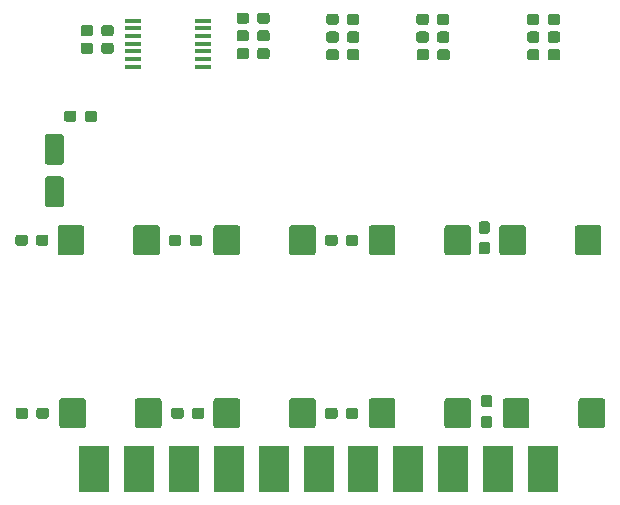
<source format=gbp>
G04 #@! TF.GenerationSoftware,KiCad,Pcbnew,(5.1.0)-1*
G04 #@! TF.CreationDate,2019-07-06T13:17:57-04:00*
G04 #@! TF.ProjectId,Inline SCART Splitter,496e6c69-6e65-4205-9343-415254205370,rev?*
G04 #@! TF.SameCoordinates,Original*
G04 #@! TF.FileFunction,Paste,Bot*
G04 #@! TF.FilePolarity,Positive*
%FSLAX46Y46*%
G04 Gerber Fmt 4.6, Leading zero omitted, Abs format (unit mm)*
G04 Created by KiCad (PCBNEW (5.1.0)-1) date 2019-07-06 13:17:57*
%MOMM*%
%LPD*%
G04 APERTURE LIST*
%ADD10C,0.100000*%
%ADD11C,2.250000*%
%ADD12C,0.950000*%
%ADD13C,1.600000*%
%ADD14R,2.500000X4.000000*%
%ADD15R,1.450000X0.450000*%
G04 APERTURE END LIST*
D10*
G36*
X125199505Y-58076204D02*
G01*
X125223773Y-58079804D01*
X125247572Y-58085765D01*
X125270671Y-58094030D01*
X125292850Y-58104520D01*
X125313893Y-58117132D01*
X125333599Y-58131747D01*
X125351777Y-58148223D01*
X125368253Y-58166401D01*
X125382868Y-58186107D01*
X125395480Y-58207150D01*
X125405970Y-58229329D01*
X125414235Y-58252428D01*
X125420196Y-58276227D01*
X125423796Y-58300495D01*
X125425000Y-58324999D01*
X125425000Y-60375001D01*
X125423796Y-60399505D01*
X125420196Y-60423773D01*
X125414235Y-60447572D01*
X125405970Y-60470671D01*
X125395480Y-60492850D01*
X125382868Y-60513893D01*
X125368253Y-60533599D01*
X125351777Y-60551777D01*
X125333599Y-60568253D01*
X125313893Y-60582868D01*
X125292850Y-60595480D01*
X125270671Y-60605970D01*
X125247572Y-60614235D01*
X125223773Y-60620196D01*
X125199505Y-60623796D01*
X125175001Y-60625000D01*
X123424999Y-60625000D01*
X123400495Y-60623796D01*
X123376227Y-60620196D01*
X123352428Y-60614235D01*
X123329329Y-60605970D01*
X123307150Y-60595480D01*
X123286107Y-60582868D01*
X123266401Y-60568253D01*
X123248223Y-60551777D01*
X123231747Y-60533599D01*
X123217132Y-60513893D01*
X123204520Y-60492850D01*
X123194030Y-60470671D01*
X123185765Y-60447572D01*
X123179804Y-60423773D01*
X123176204Y-60399505D01*
X123175000Y-60375001D01*
X123175000Y-58324999D01*
X123176204Y-58300495D01*
X123179804Y-58276227D01*
X123185765Y-58252428D01*
X123194030Y-58229329D01*
X123204520Y-58207150D01*
X123217132Y-58186107D01*
X123231747Y-58166401D01*
X123248223Y-58148223D01*
X123266401Y-58131747D01*
X123286107Y-58117132D01*
X123307150Y-58104520D01*
X123329329Y-58094030D01*
X123352428Y-58085765D01*
X123376227Y-58079804D01*
X123400495Y-58076204D01*
X123424999Y-58075000D01*
X125175001Y-58075000D01*
X125199505Y-58076204D01*
X125199505Y-58076204D01*
G37*
D11*
X124300000Y-59350000D03*
D10*
G36*
X131599505Y-58076204D02*
G01*
X131623773Y-58079804D01*
X131647572Y-58085765D01*
X131670671Y-58094030D01*
X131692850Y-58104520D01*
X131713893Y-58117132D01*
X131733599Y-58131747D01*
X131751777Y-58148223D01*
X131768253Y-58166401D01*
X131782868Y-58186107D01*
X131795480Y-58207150D01*
X131805970Y-58229329D01*
X131814235Y-58252428D01*
X131820196Y-58276227D01*
X131823796Y-58300495D01*
X131825000Y-58324999D01*
X131825000Y-60375001D01*
X131823796Y-60399505D01*
X131820196Y-60423773D01*
X131814235Y-60447572D01*
X131805970Y-60470671D01*
X131795480Y-60492850D01*
X131782868Y-60513893D01*
X131768253Y-60533599D01*
X131751777Y-60551777D01*
X131733599Y-60568253D01*
X131713893Y-60582868D01*
X131692850Y-60595480D01*
X131670671Y-60605970D01*
X131647572Y-60614235D01*
X131623773Y-60620196D01*
X131599505Y-60623796D01*
X131575001Y-60625000D01*
X129824999Y-60625000D01*
X129800495Y-60623796D01*
X129776227Y-60620196D01*
X129752428Y-60614235D01*
X129729329Y-60605970D01*
X129707150Y-60595480D01*
X129686107Y-60582868D01*
X129666401Y-60568253D01*
X129648223Y-60551777D01*
X129631747Y-60533599D01*
X129617132Y-60513893D01*
X129604520Y-60492850D01*
X129594030Y-60470671D01*
X129585765Y-60447572D01*
X129579804Y-60423773D01*
X129576204Y-60399505D01*
X129575000Y-60375001D01*
X129575000Y-58324999D01*
X129576204Y-58300495D01*
X129579804Y-58276227D01*
X129585765Y-58252428D01*
X129594030Y-58229329D01*
X129604520Y-58207150D01*
X129617132Y-58186107D01*
X129631747Y-58166401D01*
X129648223Y-58148223D01*
X129666401Y-58131747D01*
X129686107Y-58117132D01*
X129707150Y-58104520D01*
X129729329Y-58094030D01*
X129752428Y-58085765D01*
X129776227Y-58079804D01*
X129800495Y-58076204D01*
X129824999Y-58075000D01*
X131575001Y-58075000D01*
X131599505Y-58076204D01*
X131599505Y-58076204D01*
G37*
D11*
X130700000Y-59350000D03*
D10*
G36*
X114510779Y-27976144D02*
G01*
X114533834Y-27979563D01*
X114556443Y-27985227D01*
X114578387Y-27993079D01*
X114599457Y-28003044D01*
X114619448Y-28015026D01*
X114638168Y-28028910D01*
X114655438Y-28044562D01*
X114671090Y-28061832D01*
X114684974Y-28080552D01*
X114696956Y-28100543D01*
X114706921Y-28121613D01*
X114714773Y-28143557D01*
X114720437Y-28166166D01*
X114723856Y-28189221D01*
X114725000Y-28212500D01*
X114725000Y-28687500D01*
X114723856Y-28710779D01*
X114720437Y-28733834D01*
X114714773Y-28756443D01*
X114706921Y-28778387D01*
X114696956Y-28799457D01*
X114684974Y-28819448D01*
X114671090Y-28838168D01*
X114655438Y-28855438D01*
X114638168Y-28871090D01*
X114619448Y-28884974D01*
X114599457Y-28896956D01*
X114578387Y-28906921D01*
X114556443Y-28914773D01*
X114533834Y-28920437D01*
X114510779Y-28923856D01*
X114487500Y-28925000D01*
X113912500Y-28925000D01*
X113889221Y-28923856D01*
X113866166Y-28920437D01*
X113843557Y-28914773D01*
X113821613Y-28906921D01*
X113800543Y-28896956D01*
X113780552Y-28884974D01*
X113761832Y-28871090D01*
X113744562Y-28855438D01*
X113728910Y-28838168D01*
X113715026Y-28819448D01*
X113703044Y-28799457D01*
X113693079Y-28778387D01*
X113685227Y-28756443D01*
X113679563Y-28733834D01*
X113676144Y-28710779D01*
X113675000Y-28687500D01*
X113675000Y-28212500D01*
X113676144Y-28189221D01*
X113679563Y-28166166D01*
X113685227Y-28143557D01*
X113693079Y-28121613D01*
X113703044Y-28100543D01*
X113715026Y-28080552D01*
X113728910Y-28061832D01*
X113744562Y-28044562D01*
X113761832Y-28028910D01*
X113780552Y-28015026D01*
X113800543Y-28003044D01*
X113821613Y-27993079D01*
X113843557Y-27985227D01*
X113866166Y-27979563D01*
X113889221Y-27976144D01*
X113912500Y-27975000D01*
X114487500Y-27975000D01*
X114510779Y-27976144D01*
X114510779Y-27976144D01*
G37*
D12*
X114200000Y-28450000D03*
D10*
G36*
X112760779Y-27976144D02*
G01*
X112783834Y-27979563D01*
X112806443Y-27985227D01*
X112828387Y-27993079D01*
X112849457Y-28003044D01*
X112869448Y-28015026D01*
X112888168Y-28028910D01*
X112905438Y-28044562D01*
X112921090Y-28061832D01*
X112934974Y-28080552D01*
X112946956Y-28100543D01*
X112956921Y-28121613D01*
X112964773Y-28143557D01*
X112970437Y-28166166D01*
X112973856Y-28189221D01*
X112975000Y-28212500D01*
X112975000Y-28687500D01*
X112973856Y-28710779D01*
X112970437Y-28733834D01*
X112964773Y-28756443D01*
X112956921Y-28778387D01*
X112946956Y-28799457D01*
X112934974Y-28819448D01*
X112921090Y-28838168D01*
X112905438Y-28855438D01*
X112888168Y-28871090D01*
X112869448Y-28884974D01*
X112849457Y-28896956D01*
X112828387Y-28906921D01*
X112806443Y-28914773D01*
X112783834Y-28920437D01*
X112760779Y-28923856D01*
X112737500Y-28925000D01*
X112162500Y-28925000D01*
X112139221Y-28923856D01*
X112116166Y-28920437D01*
X112093557Y-28914773D01*
X112071613Y-28906921D01*
X112050543Y-28896956D01*
X112030552Y-28884974D01*
X112011832Y-28871090D01*
X111994562Y-28855438D01*
X111978910Y-28838168D01*
X111965026Y-28819448D01*
X111953044Y-28799457D01*
X111943079Y-28778387D01*
X111935227Y-28756443D01*
X111929563Y-28733834D01*
X111926144Y-28710779D01*
X111925000Y-28687500D01*
X111925000Y-28212500D01*
X111926144Y-28189221D01*
X111929563Y-28166166D01*
X111935227Y-28143557D01*
X111943079Y-28121613D01*
X111953044Y-28100543D01*
X111965026Y-28080552D01*
X111978910Y-28061832D01*
X111994562Y-28044562D01*
X112011832Y-28028910D01*
X112030552Y-28015026D01*
X112050543Y-28003044D01*
X112071613Y-27993079D01*
X112093557Y-27985227D01*
X112116166Y-27979563D01*
X112139221Y-27976144D01*
X112162500Y-27975000D01*
X112737500Y-27975000D01*
X112760779Y-27976144D01*
X112760779Y-27976144D01*
G37*
D12*
X112450000Y-28450000D03*
D10*
G36*
X112760779Y-26476144D02*
G01*
X112783834Y-26479563D01*
X112806443Y-26485227D01*
X112828387Y-26493079D01*
X112849457Y-26503044D01*
X112869448Y-26515026D01*
X112888168Y-26528910D01*
X112905438Y-26544562D01*
X112921090Y-26561832D01*
X112934974Y-26580552D01*
X112946956Y-26600543D01*
X112956921Y-26621613D01*
X112964773Y-26643557D01*
X112970437Y-26666166D01*
X112973856Y-26689221D01*
X112975000Y-26712500D01*
X112975000Y-27187500D01*
X112973856Y-27210779D01*
X112970437Y-27233834D01*
X112964773Y-27256443D01*
X112956921Y-27278387D01*
X112946956Y-27299457D01*
X112934974Y-27319448D01*
X112921090Y-27338168D01*
X112905438Y-27355438D01*
X112888168Y-27371090D01*
X112869448Y-27384974D01*
X112849457Y-27396956D01*
X112828387Y-27406921D01*
X112806443Y-27414773D01*
X112783834Y-27420437D01*
X112760779Y-27423856D01*
X112737500Y-27425000D01*
X112162500Y-27425000D01*
X112139221Y-27423856D01*
X112116166Y-27420437D01*
X112093557Y-27414773D01*
X112071613Y-27406921D01*
X112050543Y-27396956D01*
X112030552Y-27384974D01*
X112011832Y-27371090D01*
X111994562Y-27355438D01*
X111978910Y-27338168D01*
X111965026Y-27319448D01*
X111953044Y-27299457D01*
X111943079Y-27278387D01*
X111935227Y-27256443D01*
X111929563Y-27233834D01*
X111926144Y-27210779D01*
X111925000Y-27187500D01*
X111925000Y-26712500D01*
X111926144Y-26689221D01*
X111929563Y-26666166D01*
X111935227Y-26643557D01*
X111943079Y-26621613D01*
X111953044Y-26600543D01*
X111965026Y-26580552D01*
X111978910Y-26561832D01*
X111994562Y-26544562D01*
X112011832Y-26528910D01*
X112030552Y-26515026D01*
X112050543Y-26503044D01*
X112071613Y-26493079D01*
X112093557Y-26485227D01*
X112116166Y-26479563D01*
X112139221Y-26476144D01*
X112162500Y-26475000D01*
X112737500Y-26475000D01*
X112760779Y-26476144D01*
X112760779Y-26476144D01*
G37*
D12*
X112450000Y-26950000D03*
D10*
G36*
X114510779Y-26476144D02*
G01*
X114533834Y-26479563D01*
X114556443Y-26485227D01*
X114578387Y-26493079D01*
X114599457Y-26503044D01*
X114619448Y-26515026D01*
X114638168Y-26528910D01*
X114655438Y-26544562D01*
X114671090Y-26561832D01*
X114684974Y-26580552D01*
X114696956Y-26600543D01*
X114706921Y-26621613D01*
X114714773Y-26643557D01*
X114720437Y-26666166D01*
X114723856Y-26689221D01*
X114725000Y-26712500D01*
X114725000Y-27187500D01*
X114723856Y-27210779D01*
X114720437Y-27233834D01*
X114714773Y-27256443D01*
X114706921Y-27278387D01*
X114696956Y-27299457D01*
X114684974Y-27319448D01*
X114671090Y-27338168D01*
X114655438Y-27355438D01*
X114638168Y-27371090D01*
X114619448Y-27384974D01*
X114599457Y-27396956D01*
X114578387Y-27406921D01*
X114556443Y-27414773D01*
X114533834Y-27420437D01*
X114510779Y-27423856D01*
X114487500Y-27425000D01*
X113912500Y-27425000D01*
X113889221Y-27423856D01*
X113866166Y-27420437D01*
X113843557Y-27414773D01*
X113821613Y-27406921D01*
X113800543Y-27396956D01*
X113780552Y-27384974D01*
X113761832Y-27371090D01*
X113744562Y-27355438D01*
X113728910Y-27338168D01*
X113715026Y-27319448D01*
X113703044Y-27299457D01*
X113693079Y-27278387D01*
X113685227Y-27256443D01*
X113679563Y-27233834D01*
X113676144Y-27210779D01*
X113675000Y-27187500D01*
X113675000Y-26712500D01*
X113676144Y-26689221D01*
X113679563Y-26666166D01*
X113685227Y-26643557D01*
X113693079Y-26621613D01*
X113703044Y-26600543D01*
X113715026Y-26580552D01*
X113728910Y-26561832D01*
X113744562Y-26544562D01*
X113761832Y-26528910D01*
X113780552Y-26515026D01*
X113800543Y-26503044D01*
X113821613Y-26493079D01*
X113843557Y-26485227D01*
X113866166Y-26479563D01*
X113889221Y-26476144D01*
X113912500Y-26475000D01*
X114487500Y-26475000D01*
X114510779Y-26476144D01*
X114510779Y-26476144D01*
G37*
D12*
X114200000Y-26950000D03*
D10*
G36*
X110274504Y-39301204D02*
G01*
X110298773Y-39304804D01*
X110322571Y-39310765D01*
X110345671Y-39319030D01*
X110367849Y-39329520D01*
X110388893Y-39342133D01*
X110408598Y-39356747D01*
X110426777Y-39373223D01*
X110443253Y-39391402D01*
X110457867Y-39411107D01*
X110470480Y-39432151D01*
X110480970Y-39454329D01*
X110489235Y-39477429D01*
X110495196Y-39501227D01*
X110498796Y-39525496D01*
X110500000Y-39550000D01*
X110500000Y-41650000D01*
X110498796Y-41674504D01*
X110495196Y-41698773D01*
X110489235Y-41722571D01*
X110480970Y-41745671D01*
X110470480Y-41767849D01*
X110457867Y-41788893D01*
X110443253Y-41808598D01*
X110426777Y-41826777D01*
X110408598Y-41843253D01*
X110388893Y-41857867D01*
X110367849Y-41870480D01*
X110345671Y-41880970D01*
X110322571Y-41889235D01*
X110298773Y-41895196D01*
X110274504Y-41898796D01*
X110250000Y-41900000D01*
X109150000Y-41900000D01*
X109125496Y-41898796D01*
X109101227Y-41895196D01*
X109077429Y-41889235D01*
X109054329Y-41880970D01*
X109032151Y-41870480D01*
X109011107Y-41857867D01*
X108991402Y-41843253D01*
X108973223Y-41826777D01*
X108956747Y-41808598D01*
X108942133Y-41788893D01*
X108929520Y-41767849D01*
X108919030Y-41745671D01*
X108910765Y-41722571D01*
X108904804Y-41698773D01*
X108901204Y-41674504D01*
X108900000Y-41650000D01*
X108900000Y-39550000D01*
X108901204Y-39525496D01*
X108904804Y-39501227D01*
X108910765Y-39477429D01*
X108919030Y-39454329D01*
X108929520Y-39432151D01*
X108942133Y-39411107D01*
X108956747Y-39391402D01*
X108973223Y-39373223D01*
X108991402Y-39356747D01*
X109011107Y-39342133D01*
X109032151Y-39329520D01*
X109054329Y-39319030D01*
X109077429Y-39310765D01*
X109101227Y-39304804D01*
X109125496Y-39301204D01*
X109150000Y-39300000D01*
X110250000Y-39300000D01*
X110274504Y-39301204D01*
X110274504Y-39301204D01*
G37*
D13*
X109700000Y-40600000D03*
D10*
G36*
X110274504Y-35701204D02*
G01*
X110298773Y-35704804D01*
X110322571Y-35710765D01*
X110345671Y-35719030D01*
X110367849Y-35729520D01*
X110388893Y-35742133D01*
X110408598Y-35756747D01*
X110426777Y-35773223D01*
X110443253Y-35791402D01*
X110457867Y-35811107D01*
X110470480Y-35832151D01*
X110480970Y-35854329D01*
X110489235Y-35877429D01*
X110495196Y-35901227D01*
X110498796Y-35925496D01*
X110500000Y-35950000D01*
X110500000Y-38050000D01*
X110498796Y-38074504D01*
X110495196Y-38098773D01*
X110489235Y-38122571D01*
X110480970Y-38145671D01*
X110470480Y-38167849D01*
X110457867Y-38188893D01*
X110443253Y-38208598D01*
X110426777Y-38226777D01*
X110408598Y-38243253D01*
X110388893Y-38257867D01*
X110367849Y-38270480D01*
X110345671Y-38280970D01*
X110322571Y-38289235D01*
X110298773Y-38295196D01*
X110274504Y-38298796D01*
X110250000Y-38300000D01*
X109150000Y-38300000D01*
X109125496Y-38298796D01*
X109101227Y-38295196D01*
X109077429Y-38289235D01*
X109054329Y-38280970D01*
X109032151Y-38270480D01*
X109011107Y-38257867D01*
X108991402Y-38243253D01*
X108973223Y-38226777D01*
X108956747Y-38208598D01*
X108942133Y-38188893D01*
X108929520Y-38167849D01*
X108919030Y-38145671D01*
X108910765Y-38122571D01*
X108904804Y-38098773D01*
X108901204Y-38074504D01*
X108900000Y-38050000D01*
X108900000Y-35950000D01*
X108901204Y-35925496D01*
X108904804Y-35901227D01*
X108910765Y-35877429D01*
X108919030Y-35854329D01*
X108929520Y-35832151D01*
X108942133Y-35811107D01*
X108956747Y-35791402D01*
X108973223Y-35773223D01*
X108991402Y-35756747D01*
X109011107Y-35742133D01*
X109032151Y-35729520D01*
X109054329Y-35719030D01*
X109077429Y-35710765D01*
X109101227Y-35704804D01*
X109125496Y-35701204D01*
X109150000Y-35700000D01*
X110250000Y-35700000D01*
X110274504Y-35701204D01*
X110274504Y-35701204D01*
G37*
D13*
X109700000Y-37000000D03*
D10*
G36*
X150560779Y-25526144D02*
G01*
X150583834Y-25529563D01*
X150606443Y-25535227D01*
X150628387Y-25543079D01*
X150649457Y-25553044D01*
X150669448Y-25565026D01*
X150688168Y-25578910D01*
X150705438Y-25594562D01*
X150721090Y-25611832D01*
X150734974Y-25630552D01*
X150746956Y-25650543D01*
X150756921Y-25671613D01*
X150764773Y-25693557D01*
X150770437Y-25716166D01*
X150773856Y-25739221D01*
X150775000Y-25762500D01*
X150775000Y-26237500D01*
X150773856Y-26260779D01*
X150770437Y-26283834D01*
X150764773Y-26306443D01*
X150756921Y-26328387D01*
X150746956Y-26349457D01*
X150734974Y-26369448D01*
X150721090Y-26388168D01*
X150705438Y-26405438D01*
X150688168Y-26421090D01*
X150669448Y-26434974D01*
X150649457Y-26446956D01*
X150628387Y-26456921D01*
X150606443Y-26464773D01*
X150583834Y-26470437D01*
X150560779Y-26473856D01*
X150537500Y-26475000D01*
X149962500Y-26475000D01*
X149939221Y-26473856D01*
X149916166Y-26470437D01*
X149893557Y-26464773D01*
X149871613Y-26456921D01*
X149850543Y-26446956D01*
X149830552Y-26434974D01*
X149811832Y-26421090D01*
X149794562Y-26405438D01*
X149778910Y-26388168D01*
X149765026Y-26369448D01*
X149753044Y-26349457D01*
X149743079Y-26328387D01*
X149735227Y-26306443D01*
X149729563Y-26283834D01*
X149726144Y-26260779D01*
X149725000Y-26237500D01*
X149725000Y-25762500D01*
X149726144Y-25739221D01*
X149729563Y-25716166D01*
X149735227Y-25693557D01*
X149743079Y-25671613D01*
X149753044Y-25650543D01*
X149765026Y-25630552D01*
X149778910Y-25611832D01*
X149794562Y-25594562D01*
X149811832Y-25578910D01*
X149830552Y-25565026D01*
X149850543Y-25553044D01*
X149871613Y-25543079D01*
X149893557Y-25535227D01*
X149916166Y-25529563D01*
X149939221Y-25526144D01*
X149962500Y-25525000D01*
X150537500Y-25525000D01*
X150560779Y-25526144D01*
X150560779Y-25526144D01*
G37*
D12*
X150250000Y-26000000D03*
D10*
G36*
X152310779Y-25526144D02*
G01*
X152333834Y-25529563D01*
X152356443Y-25535227D01*
X152378387Y-25543079D01*
X152399457Y-25553044D01*
X152419448Y-25565026D01*
X152438168Y-25578910D01*
X152455438Y-25594562D01*
X152471090Y-25611832D01*
X152484974Y-25630552D01*
X152496956Y-25650543D01*
X152506921Y-25671613D01*
X152514773Y-25693557D01*
X152520437Y-25716166D01*
X152523856Y-25739221D01*
X152525000Y-25762500D01*
X152525000Y-26237500D01*
X152523856Y-26260779D01*
X152520437Y-26283834D01*
X152514773Y-26306443D01*
X152506921Y-26328387D01*
X152496956Y-26349457D01*
X152484974Y-26369448D01*
X152471090Y-26388168D01*
X152455438Y-26405438D01*
X152438168Y-26421090D01*
X152419448Y-26434974D01*
X152399457Y-26446956D01*
X152378387Y-26456921D01*
X152356443Y-26464773D01*
X152333834Y-26470437D01*
X152310779Y-26473856D01*
X152287500Y-26475000D01*
X151712500Y-26475000D01*
X151689221Y-26473856D01*
X151666166Y-26470437D01*
X151643557Y-26464773D01*
X151621613Y-26456921D01*
X151600543Y-26446956D01*
X151580552Y-26434974D01*
X151561832Y-26421090D01*
X151544562Y-26405438D01*
X151528910Y-26388168D01*
X151515026Y-26369448D01*
X151503044Y-26349457D01*
X151493079Y-26328387D01*
X151485227Y-26306443D01*
X151479563Y-26283834D01*
X151476144Y-26260779D01*
X151475000Y-26237500D01*
X151475000Y-25762500D01*
X151476144Y-25739221D01*
X151479563Y-25716166D01*
X151485227Y-25693557D01*
X151493079Y-25671613D01*
X151503044Y-25650543D01*
X151515026Y-25630552D01*
X151528910Y-25611832D01*
X151544562Y-25594562D01*
X151561832Y-25578910D01*
X151580552Y-25565026D01*
X151600543Y-25553044D01*
X151621613Y-25543079D01*
X151643557Y-25535227D01*
X151666166Y-25529563D01*
X151689221Y-25526144D01*
X151712500Y-25525000D01*
X152287500Y-25525000D01*
X152310779Y-25526144D01*
X152310779Y-25526144D01*
G37*
D12*
X152000000Y-26000000D03*
D10*
G36*
X142935779Y-25526144D02*
G01*
X142958834Y-25529563D01*
X142981443Y-25535227D01*
X143003387Y-25543079D01*
X143024457Y-25553044D01*
X143044448Y-25565026D01*
X143063168Y-25578910D01*
X143080438Y-25594562D01*
X143096090Y-25611832D01*
X143109974Y-25630552D01*
X143121956Y-25650543D01*
X143131921Y-25671613D01*
X143139773Y-25693557D01*
X143145437Y-25716166D01*
X143148856Y-25739221D01*
X143150000Y-25762500D01*
X143150000Y-26237500D01*
X143148856Y-26260779D01*
X143145437Y-26283834D01*
X143139773Y-26306443D01*
X143131921Y-26328387D01*
X143121956Y-26349457D01*
X143109974Y-26369448D01*
X143096090Y-26388168D01*
X143080438Y-26405438D01*
X143063168Y-26421090D01*
X143044448Y-26434974D01*
X143024457Y-26446956D01*
X143003387Y-26456921D01*
X142981443Y-26464773D01*
X142958834Y-26470437D01*
X142935779Y-26473856D01*
X142912500Y-26475000D01*
X142337500Y-26475000D01*
X142314221Y-26473856D01*
X142291166Y-26470437D01*
X142268557Y-26464773D01*
X142246613Y-26456921D01*
X142225543Y-26446956D01*
X142205552Y-26434974D01*
X142186832Y-26421090D01*
X142169562Y-26405438D01*
X142153910Y-26388168D01*
X142140026Y-26369448D01*
X142128044Y-26349457D01*
X142118079Y-26328387D01*
X142110227Y-26306443D01*
X142104563Y-26283834D01*
X142101144Y-26260779D01*
X142100000Y-26237500D01*
X142100000Y-25762500D01*
X142101144Y-25739221D01*
X142104563Y-25716166D01*
X142110227Y-25693557D01*
X142118079Y-25671613D01*
X142128044Y-25650543D01*
X142140026Y-25630552D01*
X142153910Y-25611832D01*
X142169562Y-25594562D01*
X142186832Y-25578910D01*
X142205552Y-25565026D01*
X142225543Y-25553044D01*
X142246613Y-25543079D01*
X142268557Y-25535227D01*
X142291166Y-25529563D01*
X142314221Y-25526144D01*
X142337500Y-25525000D01*
X142912500Y-25525000D01*
X142935779Y-25526144D01*
X142935779Y-25526144D01*
G37*
D12*
X142625000Y-26000000D03*
D10*
G36*
X141185779Y-25526144D02*
G01*
X141208834Y-25529563D01*
X141231443Y-25535227D01*
X141253387Y-25543079D01*
X141274457Y-25553044D01*
X141294448Y-25565026D01*
X141313168Y-25578910D01*
X141330438Y-25594562D01*
X141346090Y-25611832D01*
X141359974Y-25630552D01*
X141371956Y-25650543D01*
X141381921Y-25671613D01*
X141389773Y-25693557D01*
X141395437Y-25716166D01*
X141398856Y-25739221D01*
X141400000Y-25762500D01*
X141400000Y-26237500D01*
X141398856Y-26260779D01*
X141395437Y-26283834D01*
X141389773Y-26306443D01*
X141381921Y-26328387D01*
X141371956Y-26349457D01*
X141359974Y-26369448D01*
X141346090Y-26388168D01*
X141330438Y-26405438D01*
X141313168Y-26421090D01*
X141294448Y-26434974D01*
X141274457Y-26446956D01*
X141253387Y-26456921D01*
X141231443Y-26464773D01*
X141208834Y-26470437D01*
X141185779Y-26473856D01*
X141162500Y-26475000D01*
X140587500Y-26475000D01*
X140564221Y-26473856D01*
X140541166Y-26470437D01*
X140518557Y-26464773D01*
X140496613Y-26456921D01*
X140475543Y-26446956D01*
X140455552Y-26434974D01*
X140436832Y-26421090D01*
X140419562Y-26405438D01*
X140403910Y-26388168D01*
X140390026Y-26369448D01*
X140378044Y-26349457D01*
X140368079Y-26328387D01*
X140360227Y-26306443D01*
X140354563Y-26283834D01*
X140351144Y-26260779D01*
X140350000Y-26237500D01*
X140350000Y-25762500D01*
X140351144Y-25739221D01*
X140354563Y-25716166D01*
X140360227Y-25693557D01*
X140368079Y-25671613D01*
X140378044Y-25650543D01*
X140390026Y-25630552D01*
X140403910Y-25611832D01*
X140419562Y-25594562D01*
X140436832Y-25578910D01*
X140455552Y-25565026D01*
X140475543Y-25553044D01*
X140496613Y-25543079D01*
X140518557Y-25535227D01*
X140541166Y-25529563D01*
X140564221Y-25526144D01*
X140587500Y-25525000D01*
X141162500Y-25525000D01*
X141185779Y-25526144D01*
X141185779Y-25526144D01*
G37*
D12*
X140875000Y-26000000D03*
D10*
G36*
X133560779Y-25526144D02*
G01*
X133583834Y-25529563D01*
X133606443Y-25535227D01*
X133628387Y-25543079D01*
X133649457Y-25553044D01*
X133669448Y-25565026D01*
X133688168Y-25578910D01*
X133705438Y-25594562D01*
X133721090Y-25611832D01*
X133734974Y-25630552D01*
X133746956Y-25650543D01*
X133756921Y-25671613D01*
X133764773Y-25693557D01*
X133770437Y-25716166D01*
X133773856Y-25739221D01*
X133775000Y-25762500D01*
X133775000Y-26237500D01*
X133773856Y-26260779D01*
X133770437Y-26283834D01*
X133764773Y-26306443D01*
X133756921Y-26328387D01*
X133746956Y-26349457D01*
X133734974Y-26369448D01*
X133721090Y-26388168D01*
X133705438Y-26405438D01*
X133688168Y-26421090D01*
X133669448Y-26434974D01*
X133649457Y-26446956D01*
X133628387Y-26456921D01*
X133606443Y-26464773D01*
X133583834Y-26470437D01*
X133560779Y-26473856D01*
X133537500Y-26475000D01*
X132962500Y-26475000D01*
X132939221Y-26473856D01*
X132916166Y-26470437D01*
X132893557Y-26464773D01*
X132871613Y-26456921D01*
X132850543Y-26446956D01*
X132830552Y-26434974D01*
X132811832Y-26421090D01*
X132794562Y-26405438D01*
X132778910Y-26388168D01*
X132765026Y-26369448D01*
X132753044Y-26349457D01*
X132743079Y-26328387D01*
X132735227Y-26306443D01*
X132729563Y-26283834D01*
X132726144Y-26260779D01*
X132725000Y-26237500D01*
X132725000Y-25762500D01*
X132726144Y-25739221D01*
X132729563Y-25716166D01*
X132735227Y-25693557D01*
X132743079Y-25671613D01*
X132753044Y-25650543D01*
X132765026Y-25630552D01*
X132778910Y-25611832D01*
X132794562Y-25594562D01*
X132811832Y-25578910D01*
X132830552Y-25565026D01*
X132850543Y-25553044D01*
X132871613Y-25543079D01*
X132893557Y-25535227D01*
X132916166Y-25529563D01*
X132939221Y-25526144D01*
X132962500Y-25525000D01*
X133537500Y-25525000D01*
X133560779Y-25526144D01*
X133560779Y-25526144D01*
G37*
D12*
X133250000Y-26000000D03*
D10*
G36*
X135310779Y-25526144D02*
G01*
X135333834Y-25529563D01*
X135356443Y-25535227D01*
X135378387Y-25543079D01*
X135399457Y-25553044D01*
X135419448Y-25565026D01*
X135438168Y-25578910D01*
X135455438Y-25594562D01*
X135471090Y-25611832D01*
X135484974Y-25630552D01*
X135496956Y-25650543D01*
X135506921Y-25671613D01*
X135514773Y-25693557D01*
X135520437Y-25716166D01*
X135523856Y-25739221D01*
X135525000Y-25762500D01*
X135525000Y-26237500D01*
X135523856Y-26260779D01*
X135520437Y-26283834D01*
X135514773Y-26306443D01*
X135506921Y-26328387D01*
X135496956Y-26349457D01*
X135484974Y-26369448D01*
X135471090Y-26388168D01*
X135455438Y-26405438D01*
X135438168Y-26421090D01*
X135419448Y-26434974D01*
X135399457Y-26446956D01*
X135378387Y-26456921D01*
X135356443Y-26464773D01*
X135333834Y-26470437D01*
X135310779Y-26473856D01*
X135287500Y-26475000D01*
X134712500Y-26475000D01*
X134689221Y-26473856D01*
X134666166Y-26470437D01*
X134643557Y-26464773D01*
X134621613Y-26456921D01*
X134600543Y-26446956D01*
X134580552Y-26434974D01*
X134561832Y-26421090D01*
X134544562Y-26405438D01*
X134528910Y-26388168D01*
X134515026Y-26369448D01*
X134503044Y-26349457D01*
X134493079Y-26328387D01*
X134485227Y-26306443D01*
X134479563Y-26283834D01*
X134476144Y-26260779D01*
X134475000Y-26237500D01*
X134475000Y-25762500D01*
X134476144Y-25739221D01*
X134479563Y-25716166D01*
X134485227Y-25693557D01*
X134493079Y-25671613D01*
X134503044Y-25650543D01*
X134515026Y-25630552D01*
X134528910Y-25611832D01*
X134544562Y-25594562D01*
X134561832Y-25578910D01*
X134580552Y-25565026D01*
X134600543Y-25553044D01*
X134621613Y-25543079D01*
X134643557Y-25535227D01*
X134666166Y-25529563D01*
X134689221Y-25526144D01*
X134712500Y-25525000D01*
X135287500Y-25525000D01*
X135310779Y-25526144D01*
X135310779Y-25526144D01*
G37*
D12*
X135000000Y-26000000D03*
D10*
G36*
X127710779Y-25426144D02*
G01*
X127733834Y-25429563D01*
X127756443Y-25435227D01*
X127778387Y-25443079D01*
X127799457Y-25453044D01*
X127819448Y-25465026D01*
X127838168Y-25478910D01*
X127855438Y-25494562D01*
X127871090Y-25511832D01*
X127884974Y-25530552D01*
X127896956Y-25550543D01*
X127906921Y-25571613D01*
X127914773Y-25593557D01*
X127920437Y-25616166D01*
X127923856Y-25639221D01*
X127925000Y-25662500D01*
X127925000Y-26137500D01*
X127923856Y-26160779D01*
X127920437Y-26183834D01*
X127914773Y-26206443D01*
X127906921Y-26228387D01*
X127896956Y-26249457D01*
X127884974Y-26269448D01*
X127871090Y-26288168D01*
X127855438Y-26305438D01*
X127838168Y-26321090D01*
X127819448Y-26334974D01*
X127799457Y-26346956D01*
X127778387Y-26356921D01*
X127756443Y-26364773D01*
X127733834Y-26370437D01*
X127710779Y-26373856D01*
X127687500Y-26375000D01*
X127112500Y-26375000D01*
X127089221Y-26373856D01*
X127066166Y-26370437D01*
X127043557Y-26364773D01*
X127021613Y-26356921D01*
X127000543Y-26346956D01*
X126980552Y-26334974D01*
X126961832Y-26321090D01*
X126944562Y-26305438D01*
X126928910Y-26288168D01*
X126915026Y-26269448D01*
X126903044Y-26249457D01*
X126893079Y-26228387D01*
X126885227Y-26206443D01*
X126879563Y-26183834D01*
X126876144Y-26160779D01*
X126875000Y-26137500D01*
X126875000Y-25662500D01*
X126876144Y-25639221D01*
X126879563Y-25616166D01*
X126885227Y-25593557D01*
X126893079Y-25571613D01*
X126903044Y-25550543D01*
X126915026Y-25530552D01*
X126928910Y-25511832D01*
X126944562Y-25494562D01*
X126961832Y-25478910D01*
X126980552Y-25465026D01*
X127000543Y-25453044D01*
X127021613Y-25443079D01*
X127043557Y-25435227D01*
X127066166Y-25429563D01*
X127089221Y-25426144D01*
X127112500Y-25425000D01*
X127687500Y-25425000D01*
X127710779Y-25426144D01*
X127710779Y-25426144D01*
G37*
D12*
X127400000Y-25900000D03*
D10*
G36*
X125960779Y-25426144D02*
G01*
X125983834Y-25429563D01*
X126006443Y-25435227D01*
X126028387Y-25443079D01*
X126049457Y-25453044D01*
X126069448Y-25465026D01*
X126088168Y-25478910D01*
X126105438Y-25494562D01*
X126121090Y-25511832D01*
X126134974Y-25530552D01*
X126146956Y-25550543D01*
X126156921Y-25571613D01*
X126164773Y-25593557D01*
X126170437Y-25616166D01*
X126173856Y-25639221D01*
X126175000Y-25662500D01*
X126175000Y-26137500D01*
X126173856Y-26160779D01*
X126170437Y-26183834D01*
X126164773Y-26206443D01*
X126156921Y-26228387D01*
X126146956Y-26249457D01*
X126134974Y-26269448D01*
X126121090Y-26288168D01*
X126105438Y-26305438D01*
X126088168Y-26321090D01*
X126069448Y-26334974D01*
X126049457Y-26346956D01*
X126028387Y-26356921D01*
X126006443Y-26364773D01*
X125983834Y-26370437D01*
X125960779Y-26373856D01*
X125937500Y-26375000D01*
X125362500Y-26375000D01*
X125339221Y-26373856D01*
X125316166Y-26370437D01*
X125293557Y-26364773D01*
X125271613Y-26356921D01*
X125250543Y-26346956D01*
X125230552Y-26334974D01*
X125211832Y-26321090D01*
X125194562Y-26305438D01*
X125178910Y-26288168D01*
X125165026Y-26269448D01*
X125153044Y-26249457D01*
X125143079Y-26228387D01*
X125135227Y-26206443D01*
X125129563Y-26183834D01*
X125126144Y-26160779D01*
X125125000Y-26137500D01*
X125125000Y-25662500D01*
X125126144Y-25639221D01*
X125129563Y-25616166D01*
X125135227Y-25593557D01*
X125143079Y-25571613D01*
X125153044Y-25550543D01*
X125165026Y-25530552D01*
X125178910Y-25511832D01*
X125194562Y-25494562D01*
X125211832Y-25478910D01*
X125230552Y-25465026D01*
X125250543Y-25453044D01*
X125271613Y-25443079D01*
X125293557Y-25435227D01*
X125316166Y-25429563D01*
X125339221Y-25426144D01*
X125362500Y-25425000D01*
X125937500Y-25425000D01*
X125960779Y-25426144D01*
X125960779Y-25426144D01*
G37*
D12*
X125650000Y-25900000D03*
D10*
G36*
X156099505Y-58076204D02*
G01*
X156123773Y-58079804D01*
X156147572Y-58085765D01*
X156170671Y-58094030D01*
X156192850Y-58104520D01*
X156213893Y-58117132D01*
X156233599Y-58131747D01*
X156251777Y-58148223D01*
X156268253Y-58166401D01*
X156282868Y-58186107D01*
X156295480Y-58207150D01*
X156305970Y-58229329D01*
X156314235Y-58252428D01*
X156320196Y-58276227D01*
X156323796Y-58300495D01*
X156325000Y-58324999D01*
X156325000Y-60375001D01*
X156323796Y-60399505D01*
X156320196Y-60423773D01*
X156314235Y-60447572D01*
X156305970Y-60470671D01*
X156295480Y-60492850D01*
X156282868Y-60513893D01*
X156268253Y-60533599D01*
X156251777Y-60551777D01*
X156233599Y-60568253D01*
X156213893Y-60582868D01*
X156192850Y-60595480D01*
X156170671Y-60605970D01*
X156147572Y-60614235D01*
X156123773Y-60620196D01*
X156099505Y-60623796D01*
X156075001Y-60625000D01*
X154324999Y-60625000D01*
X154300495Y-60623796D01*
X154276227Y-60620196D01*
X154252428Y-60614235D01*
X154229329Y-60605970D01*
X154207150Y-60595480D01*
X154186107Y-60582868D01*
X154166401Y-60568253D01*
X154148223Y-60551777D01*
X154131747Y-60533599D01*
X154117132Y-60513893D01*
X154104520Y-60492850D01*
X154094030Y-60470671D01*
X154085765Y-60447572D01*
X154079804Y-60423773D01*
X154076204Y-60399505D01*
X154075000Y-60375001D01*
X154075000Y-58324999D01*
X154076204Y-58300495D01*
X154079804Y-58276227D01*
X154085765Y-58252428D01*
X154094030Y-58229329D01*
X154104520Y-58207150D01*
X154117132Y-58186107D01*
X154131747Y-58166401D01*
X154148223Y-58148223D01*
X154166401Y-58131747D01*
X154186107Y-58117132D01*
X154207150Y-58104520D01*
X154229329Y-58094030D01*
X154252428Y-58085765D01*
X154276227Y-58079804D01*
X154300495Y-58076204D01*
X154324999Y-58075000D01*
X156075001Y-58075000D01*
X156099505Y-58076204D01*
X156099505Y-58076204D01*
G37*
D11*
X155200000Y-59350000D03*
D10*
G36*
X149699505Y-58076204D02*
G01*
X149723773Y-58079804D01*
X149747572Y-58085765D01*
X149770671Y-58094030D01*
X149792850Y-58104520D01*
X149813893Y-58117132D01*
X149833599Y-58131747D01*
X149851777Y-58148223D01*
X149868253Y-58166401D01*
X149882868Y-58186107D01*
X149895480Y-58207150D01*
X149905970Y-58229329D01*
X149914235Y-58252428D01*
X149920196Y-58276227D01*
X149923796Y-58300495D01*
X149925000Y-58324999D01*
X149925000Y-60375001D01*
X149923796Y-60399505D01*
X149920196Y-60423773D01*
X149914235Y-60447572D01*
X149905970Y-60470671D01*
X149895480Y-60492850D01*
X149882868Y-60513893D01*
X149868253Y-60533599D01*
X149851777Y-60551777D01*
X149833599Y-60568253D01*
X149813893Y-60582868D01*
X149792850Y-60595480D01*
X149770671Y-60605970D01*
X149747572Y-60614235D01*
X149723773Y-60620196D01*
X149699505Y-60623796D01*
X149675001Y-60625000D01*
X147924999Y-60625000D01*
X147900495Y-60623796D01*
X147876227Y-60620196D01*
X147852428Y-60614235D01*
X147829329Y-60605970D01*
X147807150Y-60595480D01*
X147786107Y-60582868D01*
X147766401Y-60568253D01*
X147748223Y-60551777D01*
X147731747Y-60533599D01*
X147717132Y-60513893D01*
X147704520Y-60492850D01*
X147694030Y-60470671D01*
X147685765Y-60447572D01*
X147679804Y-60423773D01*
X147676204Y-60399505D01*
X147675000Y-60375001D01*
X147675000Y-58324999D01*
X147676204Y-58300495D01*
X147679804Y-58276227D01*
X147685765Y-58252428D01*
X147694030Y-58229329D01*
X147704520Y-58207150D01*
X147717132Y-58186107D01*
X147731747Y-58166401D01*
X147748223Y-58148223D01*
X147766401Y-58131747D01*
X147786107Y-58117132D01*
X147807150Y-58104520D01*
X147829329Y-58094030D01*
X147852428Y-58085765D01*
X147876227Y-58079804D01*
X147900495Y-58076204D01*
X147924999Y-58075000D01*
X149675001Y-58075000D01*
X149699505Y-58076204D01*
X149699505Y-58076204D01*
G37*
D11*
X148800000Y-59350000D03*
D10*
G36*
X138349505Y-58076204D02*
G01*
X138373773Y-58079804D01*
X138397572Y-58085765D01*
X138420671Y-58094030D01*
X138442850Y-58104520D01*
X138463893Y-58117132D01*
X138483599Y-58131747D01*
X138501777Y-58148223D01*
X138518253Y-58166401D01*
X138532868Y-58186107D01*
X138545480Y-58207150D01*
X138555970Y-58229329D01*
X138564235Y-58252428D01*
X138570196Y-58276227D01*
X138573796Y-58300495D01*
X138575000Y-58324999D01*
X138575000Y-60375001D01*
X138573796Y-60399505D01*
X138570196Y-60423773D01*
X138564235Y-60447572D01*
X138555970Y-60470671D01*
X138545480Y-60492850D01*
X138532868Y-60513893D01*
X138518253Y-60533599D01*
X138501777Y-60551777D01*
X138483599Y-60568253D01*
X138463893Y-60582868D01*
X138442850Y-60595480D01*
X138420671Y-60605970D01*
X138397572Y-60614235D01*
X138373773Y-60620196D01*
X138349505Y-60623796D01*
X138325001Y-60625000D01*
X136574999Y-60625000D01*
X136550495Y-60623796D01*
X136526227Y-60620196D01*
X136502428Y-60614235D01*
X136479329Y-60605970D01*
X136457150Y-60595480D01*
X136436107Y-60582868D01*
X136416401Y-60568253D01*
X136398223Y-60551777D01*
X136381747Y-60533599D01*
X136367132Y-60513893D01*
X136354520Y-60492850D01*
X136344030Y-60470671D01*
X136335765Y-60447572D01*
X136329804Y-60423773D01*
X136326204Y-60399505D01*
X136325000Y-60375001D01*
X136325000Y-58324999D01*
X136326204Y-58300495D01*
X136329804Y-58276227D01*
X136335765Y-58252428D01*
X136344030Y-58229329D01*
X136354520Y-58207150D01*
X136367132Y-58186107D01*
X136381747Y-58166401D01*
X136398223Y-58148223D01*
X136416401Y-58131747D01*
X136436107Y-58117132D01*
X136457150Y-58104520D01*
X136479329Y-58094030D01*
X136502428Y-58085765D01*
X136526227Y-58079804D01*
X136550495Y-58076204D01*
X136574999Y-58075000D01*
X138325001Y-58075000D01*
X138349505Y-58076204D01*
X138349505Y-58076204D01*
G37*
D11*
X137450000Y-59350000D03*
D10*
G36*
X144749505Y-58076204D02*
G01*
X144773773Y-58079804D01*
X144797572Y-58085765D01*
X144820671Y-58094030D01*
X144842850Y-58104520D01*
X144863893Y-58117132D01*
X144883599Y-58131747D01*
X144901777Y-58148223D01*
X144918253Y-58166401D01*
X144932868Y-58186107D01*
X144945480Y-58207150D01*
X144955970Y-58229329D01*
X144964235Y-58252428D01*
X144970196Y-58276227D01*
X144973796Y-58300495D01*
X144975000Y-58324999D01*
X144975000Y-60375001D01*
X144973796Y-60399505D01*
X144970196Y-60423773D01*
X144964235Y-60447572D01*
X144955970Y-60470671D01*
X144945480Y-60492850D01*
X144932868Y-60513893D01*
X144918253Y-60533599D01*
X144901777Y-60551777D01*
X144883599Y-60568253D01*
X144863893Y-60582868D01*
X144842850Y-60595480D01*
X144820671Y-60605970D01*
X144797572Y-60614235D01*
X144773773Y-60620196D01*
X144749505Y-60623796D01*
X144725001Y-60625000D01*
X142974999Y-60625000D01*
X142950495Y-60623796D01*
X142926227Y-60620196D01*
X142902428Y-60614235D01*
X142879329Y-60605970D01*
X142857150Y-60595480D01*
X142836107Y-60582868D01*
X142816401Y-60568253D01*
X142798223Y-60551777D01*
X142781747Y-60533599D01*
X142767132Y-60513893D01*
X142754520Y-60492850D01*
X142744030Y-60470671D01*
X142735765Y-60447572D01*
X142729804Y-60423773D01*
X142726204Y-60399505D01*
X142725000Y-60375001D01*
X142725000Y-58324999D01*
X142726204Y-58300495D01*
X142729804Y-58276227D01*
X142735765Y-58252428D01*
X142744030Y-58229329D01*
X142754520Y-58207150D01*
X142767132Y-58186107D01*
X142781747Y-58166401D01*
X142798223Y-58148223D01*
X142816401Y-58131747D01*
X142836107Y-58117132D01*
X142857150Y-58104520D01*
X142879329Y-58094030D01*
X142902428Y-58085765D01*
X142926227Y-58079804D01*
X142950495Y-58076204D01*
X142974999Y-58075000D01*
X144725001Y-58075000D01*
X144749505Y-58076204D01*
X144749505Y-58076204D01*
G37*
D11*
X143850000Y-59350000D03*
D10*
G36*
X118549505Y-58076204D02*
G01*
X118573773Y-58079804D01*
X118597572Y-58085765D01*
X118620671Y-58094030D01*
X118642850Y-58104520D01*
X118663893Y-58117132D01*
X118683599Y-58131747D01*
X118701777Y-58148223D01*
X118718253Y-58166401D01*
X118732868Y-58186107D01*
X118745480Y-58207150D01*
X118755970Y-58229329D01*
X118764235Y-58252428D01*
X118770196Y-58276227D01*
X118773796Y-58300495D01*
X118775000Y-58324999D01*
X118775000Y-60375001D01*
X118773796Y-60399505D01*
X118770196Y-60423773D01*
X118764235Y-60447572D01*
X118755970Y-60470671D01*
X118745480Y-60492850D01*
X118732868Y-60513893D01*
X118718253Y-60533599D01*
X118701777Y-60551777D01*
X118683599Y-60568253D01*
X118663893Y-60582868D01*
X118642850Y-60595480D01*
X118620671Y-60605970D01*
X118597572Y-60614235D01*
X118573773Y-60620196D01*
X118549505Y-60623796D01*
X118525001Y-60625000D01*
X116774999Y-60625000D01*
X116750495Y-60623796D01*
X116726227Y-60620196D01*
X116702428Y-60614235D01*
X116679329Y-60605970D01*
X116657150Y-60595480D01*
X116636107Y-60582868D01*
X116616401Y-60568253D01*
X116598223Y-60551777D01*
X116581747Y-60533599D01*
X116567132Y-60513893D01*
X116554520Y-60492850D01*
X116544030Y-60470671D01*
X116535765Y-60447572D01*
X116529804Y-60423773D01*
X116526204Y-60399505D01*
X116525000Y-60375001D01*
X116525000Y-58324999D01*
X116526204Y-58300495D01*
X116529804Y-58276227D01*
X116535765Y-58252428D01*
X116544030Y-58229329D01*
X116554520Y-58207150D01*
X116567132Y-58186107D01*
X116581747Y-58166401D01*
X116598223Y-58148223D01*
X116616401Y-58131747D01*
X116636107Y-58117132D01*
X116657150Y-58104520D01*
X116679329Y-58094030D01*
X116702428Y-58085765D01*
X116726227Y-58079804D01*
X116750495Y-58076204D01*
X116774999Y-58075000D01*
X118525001Y-58075000D01*
X118549505Y-58076204D01*
X118549505Y-58076204D01*
G37*
D11*
X117650000Y-59350000D03*
D10*
G36*
X112149505Y-58076204D02*
G01*
X112173773Y-58079804D01*
X112197572Y-58085765D01*
X112220671Y-58094030D01*
X112242850Y-58104520D01*
X112263893Y-58117132D01*
X112283599Y-58131747D01*
X112301777Y-58148223D01*
X112318253Y-58166401D01*
X112332868Y-58186107D01*
X112345480Y-58207150D01*
X112355970Y-58229329D01*
X112364235Y-58252428D01*
X112370196Y-58276227D01*
X112373796Y-58300495D01*
X112375000Y-58324999D01*
X112375000Y-60375001D01*
X112373796Y-60399505D01*
X112370196Y-60423773D01*
X112364235Y-60447572D01*
X112355970Y-60470671D01*
X112345480Y-60492850D01*
X112332868Y-60513893D01*
X112318253Y-60533599D01*
X112301777Y-60551777D01*
X112283599Y-60568253D01*
X112263893Y-60582868D01*
X112242850Y-60595480D01*
X112220671Y-60605970D01*
X112197572Y-60614235D01*
X112173773Y-60620196D01*
X112149505Y-60623796D01*
X112125001Y-60625000D01*
X110374999Y-60625000D01*
X110350495Y-60623796D01*
X110326227Y-60620196D01*
X110302428Y-60614235D01*
X110279329Y-60605970D01*
X110257150Y-60595480D01*
X110236107Y-60582868D01*
X110216401Y-60568253D01*
X110198223Y-60551777D01*
X110181747Y-60533599D01*
X110167132Y-60513893D01*
X110154520Y-60492850D01*
X110144030Y-60470671D01*
X110135765Y-60447572D01*
X110129804Y-60423773D01*
X110126204Y-60399505D01*
X110125000Y-60375001D01*
X110125000Y-58324999D01*
X110126204Y-58300495D01*
X110129804Y-58276227D01*
X110135765Y-58252428D01*
X110144030Y-58229329D01*
X110154520Y-58207150D01*
X110167132Y-58186107D01*
X110181747Y-58166401D01*
X110198223Y-58148223D01*
X110216401Y-58131747D01*
X110236107Y-58117132D01*
X110257150Y-58104520D01*
X110279329Y-58094030D01*
X110302428Y-58085765D01*
X110326227Y-58079804D01*
X110350495Y-58076204D01*
X110374999Y-58075000D01*
X112125001Y-58075000D01*
X112149505Y-58076204D01*
X112149505Y-58076204D01*
G37*
D11*
X111250000Y-59350000D03*
D10*
G36*
X149399505Y-43426204D02*
G01*
X149423773Y-43429804D01*
X149447572Y-43435765D01*
X149470671Y-43444030D01*
X149492850Y-43454520D01*
X149513893Y-43467132D01*
X149533599Y-43481747D01*
X149551777Y-43498223D01*
X149568253Y-43516401D01*
X149582868Y-43536107D01*
X149595480Y-43557150D01*
X149605970Y-43579329D01*
X149614235Y-43602428D01*
X149620196Y-43626227D01*
X149623796Y-43650495D01*
X149625000Y-43674999D01*
X149625000Y-45725001D01*
X149623796Y-45749505D01*
X149620196Y-45773773D01*
X149614235Y-45797572D01*
X149605970Y-45820671D01*
X149595480Y-45842850D01*
X149582868Y-45863893D01*
X149568253Y-45883599D01*
X149551777Y-45901777D01*
X149533599Y-45918253D01*
X149513893Y-45932868D01*
X149492850Y-45945480D01*
X149470671Y-45955970D01*
X149447572Y-45964235D01*
X149423773Y-45970196D01*
X149399505Y-45973796D01*
X149375001Y-45975000D01*
X147624999Y-45975000D01*
X147600495Y-45973796D01*
X147576227Y-45970196D01*
X147552428Y-45964235D01*
X147529329Y-45955970D01*
X147507150Y-45945480D01*
X147486107Y-45932868D01*
X147466401Y-45918253D01*
X147448223Y-45901777D01*
X147431747Y-45883599D01*
X147417132Y-45863893D01*
X147404520Y-45842850D01*
X147394030Y-45820671D01*
X147385765Y-45797572D01*
X147379804Y-45773773D01*
X147376204Y-45749505D01*
X147375000Y-45725001D01*
X147375000Y-43674999D01*
X147376204Y-43650495D01*
X147379804Y-43626227D01*
X147385765Y-43602428D01*
X147394030Y-43579329D01*
X147404520Y-43557150D01*
X147417132Y-43536107D01*
X147431747Y-43516401D01*
X147448223Y-43498223D01*
X147466401Y-43481747D01*
X147486107Y-43467132D01*
X147507150Y-43454520D01*
X147529329Y-43444030D01*
X147552428Y-43435765D01*
X147576227Y-43429804D01*
X147600495Y-43426204D01*
X147624999Y-43425000D01*
X149375001Y-43425000D01*
X149399505Y-43426204D01*
X149399505Y-43426204D01*
G37*
D11*
X148500000Y-44700000D03*
D10*
G36*
X155799505Y-43426204D02*
G01*
X155823773Y-43429804D01*
X155847572Y-43435765D01*
X155870671Y-43444030D01*
X155892850Y-43454520D01*
X155913893Y-43467132D01*
X155933599Y-43481747D01*
X155951777Y-43498223D01*
X155968253Y-43516401D01*
X155982868Y-43536107D01*
X155995480Y-43557150D01*
X156005970Y-43579329D01*
X156014235Y-43602428D01*
X156020196Y-43626227D01*
X156023796Y-43650495D01*
X156025000Y-43674999D01*
X156025000Y-45725001D01*
X156023796Y-45749505D01*
X156020196Y-45773773D01*
X156014235Y-45797572D01*
X156005970Y-45820671D01*
X155995480Y-45842850D01*
X155982868Y-45863893D01*
X155968253Y-45883599D01*
X155951777Y-45901777D01*
X155933599Y-45918253D01*
X155913893Y-45932868D01*
X155892850Y-45945480D01*
X155870671Y-45955970D01*
X155847572Y-45964235D01*
X155823773Y-45970196D01*
X155799505Y-45973796D01*
X155775001Y-45975000D01*
X154024999Y-45975000D01*
X154000495Y-45973796D01*
X153976227Y-45970196D01*
X153952428Y-45964235D01*
X153929329Y-45955970D01*
X153907150Y-45945480D01*
X153886107Y-45932868D01*
X153866401Y-45918253D01*
X153848223Y-45901777D01*
X153831747Y-45883599D01*
X153817132Y-45863893D01*
X153804520Y-45842850D01*
X153794030Y-45820671D01*
X153785765Y-45797572D01*
X153779804Y-45773773D01*
X153776204Y-45749505D01*
X153775000Y-45725001D01*
X153775000Y-43674999D01*
X153776204Y-43650495D01*
X153779804Y-43626227D01*
X153785765Y-43602428D01*
X153794030Y-43579329D01*
X153804520Y-43557150D01*
X153817132Y-43536107D01*
X153831747Y-43516401D01*
X153848223Y-43498223D01*
X153866401Y-43481747D01*
X153886107Y-43467132D01*
X153907150Y-43454520D01*
X153929329Y-43444030D01*
X153952428Y-43435765D01*
X153976227Y-43429804D01*
X154000495Y-43426204D01*
X154024999Y-43425000D01*
X155775001Y-43425000D01*
X155799505Y-43426204D01*
X155799505Y-43426204D01*
G37*
D11*
X154900000Y-44700000D03*
D10*
G36*
X144749505Y-43426204D02*
G01*
X144773773Y-43429804D01*
X144797572Y-43435765D01*
X144820671Y-43444030D01*
X144842850Y-43454520D01*
X144863893Y-43467132D01*
X144883599Y-43481747D01*
X144901777Y-43498223D01*
X144918253Y-43516401D01*
X144932868Y-43536107D01*
X144945480Y-43557150D01*
X144955970Y-43579329D01*
X144964235Y-43602428D01*
X144970196Y-43626227D01*
X144973796Y-43650495D01*
X144975000Y-43674999D01*
X144975000Y-45725001D01*
X144973796Y-45749505D01*
X144970196Y-45773773D01*
X144964235Y-45797572D01*
X144955970Y-45820671D01*
X144945480Y-45842850D01*
X144932868Y-45863893D01*
X144918253Y-45883599D01*
X144901777Y-45901777D01*
X144883599Y-45918253D01*
X144863893Y-45932868D01*
X144842850Y-45945480D01*
X144820671Y-45955970D01*
X144797572Y-45964235D01*
X144773773Y-45970196D01*
X144749505Y-45973796D01*
X144725001Y-45975000D01*
X142974999Y-45975000D01*
X142950495Y-45973796D01*
X142926227Y-45970196D01*
X142902428Y-45964235D01*
X142879329Y-45955970D01*
X142857150Y-45945480D01*
X142836107Y-45932868D01*
X142816401Y-45918253D01*
X142798223Y-45901777D01*
X142781747Y-45883599D01*
X142767132Y-45863893D01*
X142754520Y-45842850D01*
X142744030Y-45820671D01*
X142735765Y-45797572D01*
X142729804Y-45773773D01*
X142726204Y-45749505D01*
X142725000Y-45725001D01*
X142725000Y-43674999D01*
X142726204Y-43650495D01*
X142729804Y-43626227D01*
X142735765Y-43602428D01*
X142744030Y-43579329D01*
X142754520Y-43557150D01*
X142767132Y-43536107D01*
X142781747Y-43516401D01*
X142798223Y-43498223D01*
X142816401Y-43481747D01*
X142836107Y-43467132D01*
X142857150Y-43454520D01*
X142879329Y-43444030D01*
X142902428Y-43435765D01*
X142926227Y-43429804D01*
X142950495Y-43426204D01*
X142974999Y-43425000D01*
X144725001Y-43425000D01*
X144749505Y-43426204D01*
X144749505Y-43426204D01*
G37*
D11*
X143850000Y-44700000D03*
D10*
G36*
X138349505Y-43426204D02*
G01*
X138373773Y-43429804D01*
X138397572Y-43435765D01*
X138420671Y-43444030D01*
X138442850Y-43454520D01*
X138463893Y-43467132D01*
X138483599Y-43481747D01*
X138501777Y-43498223D01*
X138518253Y-43516401D01*
X138532868Y-43536107D01*
X138545480Y-43557150D01*
X138555970Y-43579329D01*
X138564235Y-43602428D01*
X138570196Y-43626227D01*
X138573796Y-43650495D01*
X138575000Y-43674999D01*
X138575000Y-45725001D01*
X138573796Y-45749505D01*
X138570196Y-45773773D01*
X138564235Y-45797572D01*
X138555970Y-45820671D01*
X138545480Y-45842850D01*
X138532868Y-45863893D01*
X138518253Y-45883599D01*
X138501777Y-45901777D01*
X138483599Y-45918253D01*
X138463893Y-45932868D01*
X138442850Y-45945480D01*
X138420671Y-45955970D01*
X138397572Y-45964235D01*
X138373773Y-45970196D01*
X138349505Y-45973796D01*
X138325001Y-45975000D01*
X136574999Y-45975000D01*
X136550495Y-45973796D01*
X136526227Y-45970196D01*
X136502428Y-45964235D01*
X136479329Y-45955970D01*
X136457150Y-45945480D01*
X136436107Y-45932868D01*
X136416401Y-45918253D01*
X136398223Y-45901777D01*
X136381747Y-45883599D01*
X136367132Y-45863893D01*
X136354520Y-45842850D01*
X136344030Y-45820671D01*
X136335765Y-45797572D01*
X136329804Y-45773773D01*
X136326204Y-45749505D01*
X136325000Y-45725001D01*
X136325000Y-43674999D01*
X136326204Y-43650495D01*
X136329804Y-43626227D01*
X136335765Y-43602428D01*
X136344030Y-43579329D01*
X136354520Y-43557150D01*
X136367132Y-43536107D01*
X136381747Y-43516401D01*
X136398223Y-43498223D01*
X136416401Y-43481747D01*
X136436107Y-43467132D01*
X136457150Y-43454520D01*
X136479329Y-43444030D01*
X136502428Y-43435765D01*
X136526227Y-43429804D01*
X136550495Y-43426204D01*
X136574999Y-43425000D01*
X138325001Y-43425000D01*
X138349505Y-43426204D01*
X138349505Y-43426204D01*
G37*
D11*
X137450000Y-44700000D03*
D10*
G36*
X125199505Y-43426204D02*
G01*
X125223773Y-43429804D01*
X125247572Y-43435765D01*
X125270671Y-43444030D01*
X125292850Y-43454520D01*
X125313893Y-43467132D01*
X125333599Y-43481747D01*
X125351777Y-43498223D01*
X125368253Y-43516401D01*
X125382868Y-43536107D01*
X125395480Y-43557150D01*
X125405970Y-43579329D01*
X125414235Y-43602428D01*
X125420196Y-43626227D01*
X125423796Y-43650495D01*
X125425000Y-43674999D01*
X125425000Y-45725001D01*
X125423796Y-45749505D01*
X125420196Y-45773773D01*
X125414235Y-45797572D01*
X125405970Y-45820671D01*
X125395480Y-45842850D01*
X125382868Y-45863893D01*
X125368253Y-45883599D01*
X125351777Y-45901777D01*
X125333599Y-45918253D01*
X125313893Y-45932868D01*
X125292850Y-45945480D01*
X125270671Y-45955970D01*
X125247572Y-45964235D01*
X125223773Y-45970196D01*
X125199505Y-45973796D01*
X125175001Y-45975000D01*
X123424999Y-45975000D01*
X123400495Y-45973796D01*
X123376227Y-45970196D01*
X123352428Y-45964235D01*
X123329329Y-45955970D01*
X123307150Y-45945480D01*
X123286107Y-45932868D01*
X123266401Y-45918253D01*
X123248223Y-45901777D01*
X123231747Y-45883599D01*
X123217132Y-45863893D01*
X123204520Y-45842850D01*
X123194030Y-45820671D01*
X123185765Y-45797572D01*
X123179804Y-45773773D01*
X123176204Y-45749505D01*
X123175000Y-45725001D01*
X123175000Y-43674999D01*
X123176204Y-43650495D01*
X123179804Y-43626227D01*
X123185765Y-43602428D01*
X123194030Y-43579329D01*
X123204520Y-43557150D01*
X123217132Y-43536107D01*
X123231747Y-43516401D01*
X123248223Y-43498223D01*
X123266401Y-43481747D01*
X123286107Y-43467132D01*
X123307150Y-43454520D01*
X123329329Y-43444030D01*
X123352428Y-43435765D01*
X123376227Y-43429804D01*
X123400495Y-43426204D01*
X123424999Y-43425000D01*
X125175001Y-43425000D01*
X125199505Y-43426204D01*
X125199505Y-43426204D01*
G37*
D11*
X124300000Y-44700000D03*
D10*
G36*
X131599505Y-43426204D02*
G01*
X131623773Y-43429804D01*
X131647572Y-43435765D01*
X131670671Y-43444030D01*
X131692850Y-43454520D01*
X131713893Y-43467132D01*
X131733599Y-43481747D01*
X131751777Y-43498223D01*
X131768253Y-43516401D01*
X131782868Y-43536107D01*
X131795480Y-43557150D01*
X131805970Y-43579329D01*
X131814235Y-43602428D01*
X131820196Y-43626227D01*
X131823796Y-43650495D01*
X131825000Y-43674999D01*
X131825000Y-45725001D01*
X131823796Y-45749505D01*
X131820196Y-45773773D01*
X131814235Y-45797572D01*
X131805970Y-45820671D01*
X131795480Y-45842850D01*
X131782868Y-45863893D01*
X131768253Y-45883599D01*
X131751777Y-45901777D01*
X131733599Y-45918253D01*
X131713893Y-45932868D01*
X131692850Y-45945480D01*
X131670671Y-45955970D01*
X131647572Y-45964235D01*
X131623773Y-45970196D01*
X131599505Y-45973796D01*
X131575001Y-45975000D01*
X129824999Y-45975000D01*
X129800495Y-45973796D01*
X129776227Y-45970196D01*
X129752428Y-45964235D01*
X129729329Y-45955970D01*
X129707150Y-45945480D01*
X129686107Y-45932868D01*
X129666401Y-45918253D01*
X129648223Y-45901777D01*
X129631747Y-45883599D01*
X129617132Y-45863893D01*
X129604520Y-45842850D01*
X129594030Y-45820671D01*
X129585765Y-45797572D01*
X129579804Y-45773773D01*
X129576204Y-45749505D01*
X129575000Y-45725001D01*
X129575000Y-43674999D01*
X129576204Y-43650495D01*
X129579804Y-43626227D01*
X129585765Y-43602428D01*
X129594030Y-43579329D01*
X129604520Y-43557150D01*
X129617132Y-43536107D01*
X129631747Y-43516401D01*
X129648223Y-43498223D01*
X129666401Y-43481747D01*
X129686107Y-43467132D01*
X129707150Y-43454520D01*
X129729329Y-43444030D01*
X129752428Y-43435765D01*
X129776227Y-43429804D01*
X129800495Y-43426204D01*
X129824999Y-43425000D01*
X131575001Y-43425000D01*
X131599505Y-43426204D01*
X131599505Y-43426204D01*
G37*
D11*
X130700000Y-44700000D03*
D10*
G36*
X118399505Y-43426204D02*
G01*
X118423773Y-43429804D01*
X118447572Y-43435765D01*
X118470671Y-43444030D01*
X118492850Y-43454520D01*
X118513893Y-43467132D01*
X118533599Y-43481747D01*
X118551777Y-43498223D01*
X118568253Y-43516401D01*
X118582868Y-43536107D01*
X118595480Y-43557150D01*
X118605970Y-43579329D01*
X118614235Y-43602428D01*
X118620196Y-43626227D01*
X118623796Y-43650495D01*
X118625000Y-43674999D01*
X118625000Y-45725001D01*
X118623796Y-45749505D01*
X118620196Y-45773773D01*
X118614235Y-45797572D01*
X118605970Y-45820671D01*
X118595480Y-45842850D01*
X118582868Y-45863893D01*
X118568253Y-45883599D01*
X118551777Y-45901777D01*
X118533599Y-45918253D01*
X118513893Y-45932868D01*
X118492850Y-45945480D01*
X118470671Y-45955970D01*
X118447572Y-45964235D01*
X118423773Y-45970196D01*
X118399505Y-45973796D01*
X118375001Y-45975000D01*
X116624999Y-45975000D01*
X116600495Y-45973796D01*
X116576227Y-45970196D01*
X116552428Y-45964235D01*
X116529329Y-45955970D01*
X116507150Y-45945480D01*
X116486107Y-45932868D01*
X116466401Y-45918253D01*
X116448223Y-45901777D01*
X116431747Y-45883599D01*
X116417132Y-45863893D01*
X116404520Y-45842850D01*
X116394030Y-45820671D01*
X116385765Y-45797572D01*
X116379804Y-45773773D01*
X116376204Y-45749505D01*
X116375000Y-45725001D01*
X116375000Y-43674999D01*
X116376204Y-43650495D01*
X116379804Y-43626227D01*
X116385765Y-43602428D01*
X116394030Y-43579329D01*
X116404520Y-43557150D01*
X116417132Y-43536107D01*
X116431747Y-43516401D01*
X116448223Y-43498223D01*
X116466401Y-43481747D01*
X116486107Y-43467132D01*
X116507150Y-43454520D01*
X116529329Y-43444030D01*
X116552428Y-43435765D01*
X116576227Y-43429804D01*
X116600495Y-43426204D01*
X116624999Y-43425000D01*
X118375001Y-43425000D01*
X118399505Y-43426204D01*
X118399505Y-43426204D01*
G37*
D11*
X117500000Y-44700000D03*
D10*
G36*
X111999505Y-43426204D02*
G01*
X112023773Y-43429804D01*
X112047572Y-43435765D01*
X112070671Y-43444030D01*
X112092850Y-43454520D01*
X112113893Y-43467132D01*
X112133599Y-43481747D01*
X112151777Y-43498223D01*
X112168253Y-43516401D01*
X112182868Y-43536107D01*
X112195480Y-43557150D01*
X112205970Y-43579329D01*
X112214235Y-43602428D01*
X112220196Y-43626227D01*
X112223796Y-43650495D01*
X112225000Y-43674999D01*
X112225000Y-45725001D01*
X112223796Y-45749505D01*
X112220196Y-45773773D01*
X112214235Y-45797572D01*
X112205970Y-45820671D01*
X112195480Y-45842850D01*
X112182868Y-45863893D01*
X112168253Y-45883599D01*
X112151777Y-45901777D01*
X112133599Y-45918253D01*
X112113893Y-45932868D01*
X112092850Y-45945480D01*
X112070671Y-45955970D01*
X112047572Y-45964235D01*
X112023773Y-45970196D01*
X111999505Y-45973796D01*
X111975001Y-45975000D01*
X110224999Y-45975000D01*
X110200495Y-45973796D01*
X110176227Y-45970196D01*
X110152428Y-45964235D01*
X110129329Y-45955970D01*
X110107150Y-45945480D01*
X110086107Y-45932868D01*
X110066401Y-45918253D01*
X110048223Y-45901777D01*
X110031747Y-45883599D01*
X110017132Y-45863893D01*
X110004520Y-45842850D01*
X109994030Y-45820671D01*
X109985765Y-45797572D01*
X109979804Y-45773773D01*
X109976204Y-45749505D01*
X109975000Y-45725001D01*
X109975000Y-43674999D01*
X109976204Y-43650495D01*
X109979804Y-43626227D01*
X109985765Y-43602428D01*
X109994030Y-43579329D01*
X110004520Y-43557150D01*
X110017132Y-43536107D01*
X110031747Y-43516401D01*
X110048223Y-43498223D01*
X110066401Y-43481747D01*
X110086107Y-43467132D01*
X110107150Y-43454520D01*
X110129329Y-43444030D01*
X110152428Y-43435765D01*
X110176227Y-43429804D01*
X110200495Y-43426204D01*
X110224999Y-43425000D01*
X111975001Y-43425000D01*
X111999505Y-43426204D01*
X111999505Y-43426204D01*
G37*
D11*
X111100000Y-44700000D03*
D10*
G36*
X111360779Y-33726144D02*
G01*
X111383834Y-33729563D01*
X111406443Y-33735227D01*
X111428387Y-33743079D01*
X111449457Y-33753044D01*
X111469448Y-33765026D01*
X111488168Y-33778910D01*
X111505438Y-33794562D01*
X111521090Y-33811832D01*
X111534974Y-33830552D01*
X111546956Y-33850543D01*
X111556921Y-33871613D01*
X111564773Y-33893557D01*
X111570437Y-33916166D01*
X111573856Y-33939221D01*
X111575000Y-33962500D01*
X111575000Y-34437500D01*
X111573856Y-34460779D01*
X111570437Y-34483834D01*
X111564773Y-34506443D01*
X111556921Y-34528387D01*
X111546956Y-34549457D01*
X111534974Y-34569448D01*
X111521090Y-34588168D01*
X111505438Y-34605438D01*
X111488168Y-34621090D01*
X111469448Y-34634974D01*
X111449457Y-34646956D01*
X111428387Y-34656921D01*
X111406443Y-34664773D01*
X111383834Y-34670437D01*
X111360779Y-34673856D01*
X111337500Y-34675000D01*
X110762500Y-34675000D01*
X110739221Y-34673856D01*
X110716166Y-34670437D01*
X110693557Y-34664773D01*
X110671613Y-34656921D01*
X110650543Y-34646956D01*
X110630552Y-34634974D01*
X110611832Y-34621090D01*
X110594562Y-34605438D01*
X110578910Y-34588168D01*
X110565026Y-34569448D01*
X110553044Y-34549457D01*
X110543079Y-34528387D01*
X110535227Y-34506443D01*
X110529563Y-34483834D01*
X110526144Y-34460779D01*
X110525000Y-34437500D01*
X110525000Y-33962500D01*
X110526144Y-33939221D01*
X110529563Y-33916166D01*
X110535227Y-33893557D01*
X110543079Y-33871613D01*
X110553044Y-33850543D01*
X110565026Y-33830552D01*
X110578910Y-33811832D01*
X110594562Y-33794562D01*
X110611832Y-33778910D01*
X110630552Y-33765026D01*
X110650543Y-33753044D01*
X110671613Y-33743079D01*
X110693557Y-33735227D01*
X110716166Y-33729563D01*
X110739221Y-33726144D01*
X110762500Y-33725000D01*
X111337500Y-33725000D01*
X111360779Y-33726144D01*
X111360779Y-33726144D01*
G37*
D12*
X111050000Y-34200000D03*
D10*
G36*
X113110779Y-33726144D02*
G01*
X113133834Y-33729563D01*
X113156443Y-33735227D01*
X113178387Y-33743079D01*
X113199457Y-33753044D01*
X113219448Y-33765026D01*
X113238168Y-33778910D01*
X113255438Y-33794562D01*
X113271090Y-33811832D01*
X113284974Y-33830552D01*
X113296956Y-33850543D01*
X113306921Y-33871613D01*
X113314773Y-33893557D01*
X113320437Y-33916166D01*
X113323856Y-33939221D01*
X113325000Y-33962500D01*
X113325000Y-34437500D01*
X113323856Y-34460779D01*
X113320437Y-34483834D01*
X113314773Y-34506443D01*
X113306921Y-34528387D01*
X113296956Y-34549457D01*
X113284974Y-34569448D01*
X113271090Y-34588168D01*
X113255438Y-34605438D01*
X113238168Y-34621090D01*
X113219448Y-34634974D01*
X113199457Y-34646956D01*
X113178387Y-34656921D01*
X113156443Y-34664773D01*
X113133834Y-34670437D01*
X113110779Y-34673856D01*
X113087500Y-34675000D01*
X112512500Y-34675000D01*
X112489221Y-34673856D01*
X112466166Y-34670437D01*
X112443557Y-34664773D01*
X112421613Y-34656921D01*
X112400543Y-34646956D01*
X112380552Y-34634974D01*
X112361832Y-34621090D01*
X112344562Y-34605438D01*
X112328910Y-34588168D01*
X112315026Y-34569448D01*
X112303044Y-34549457D01*
X112293079Y-34528387D01*
X112285227Y-34506443D01*
X112279563Y-34483834D01*
X112276144Y-34460779D01*
X112275000Y-34437500D01*
X112275000Y-33962500D01*
X112276144Y-33939221D01*
X112279563Y-33916166D01*
X112285227Y-33893557D01*
X112293079Y-33871613D01*
X112303044Y-33850543D01*
X112315026Y-33830552D01*
X112328910Y-33811832D01*
X112344562Y-33794562D01*
X112361832Y-33778910D01*
X112380552Y-33765026D01*
X112400543Y-33753044D01*
X112421613Y-33743079D01*
X112443557Y-33735227D01*
X112466166Y-33729563D01*
X112489221Y-33726144D01*
X112512500Y-33725000D01*
X113087500Y-33725000D01*
X113110779Y-33726144D01*
X113110779Y-33726144D01*
G37*
D12*
X112800000Y-34200000D03*
D14*
X113075000Y-64100000D03*
X116875000Y-64100000D03*
X120675000Y-64100000D03*
X124475000Y-64100000D03*
X128275000Y-64100000D03*
X132075000Y-64100000D03*
X135875000Y-64100000D03*
X139675000Y-64100000D03*
X143475000Y-64100000D03*
X147275000Y-64100000D03*
X151075000Y-64100000D03*
D10*
G36*
X150560779Y-27026144D02*
G01*
X150583834Y-27029563D01*
X150606443Y-27035227D01*
X150628387Y-27043079D01*
X150649457Y-27053044D01*
X150669448Y-27065026D01*
X150688168Y-27078910D01*
X150705438Y-27094562D01*
X150721090Y-27111832D01*
X150734974Y-27130552D01*
X150746956Y-27150543D01*
X150756921Y-27171613D01*
X150764773Y-27193557D01*
X150770437Y-27216166D01*
X150773856Y-27239221D01*
X150775000Y-27262500D01*
X150775000Y-27737500D01*
X150773856Y-27760779D01*
X150770437Y-27783834D01*
X150764773Y-27806443D01*
X150756921Y-27828387D01*
X150746956Y-27849457D01*
X150734974Y-27869448D01*
X150721090Y-27888168D01*
X150705438Y-27905438D01*
X150688168Y-27921090D01*
X150669448Y-27934974D01*
X150649457Y-27946956D01*
X150628387Y-27956921D01*
X150606443Y-27964773D01*
X150583834Y-27970437D01*
X150560779Y-27973856D01*
X150537500Y-27975000D01*
X149962500Y-27975000D01*
X149939221Y-27973856D01*
X149916166Y-27970437D01*
X149893557Y-27964773D01*
X149871613Y-27956921D01*
X149850543Y-27946956D01*
X149830552Y-27934974D01*
X149811832Y-27921090D01*
X149794562Y-27905438D01*
X149778910Y-27888168D01*
X149765026Y-27869448D01*
X149753044Y-27849457D01*
X149743079Y-27828387D01*
X149735227Y-27806443D01*
X149729563Y-27783834D01*
X149726144Y-27760779D01*
X149725000Y-27737500D01*
X149725000Y-27262500D01*
X149726144Y-27239221D01*
X149729563Y-27216166D01*
X149735227Y-27193557D01*
X149743079Y-27171613D01*
X149753044Y-27150543D01*
X149765026Y-27130552D01*
X149778910Y-27111832D01*
X149794562Y-27094562D01*
X149811832Y-27078910D01*
X149830552Y-27065026D01*
X149850543Y-27053044D01*
X149871613Y-27043079D01*
X149893557Y-27035227D01*
X149916166Y-27029563D01*
X149939221Y-27026144D01*
X149962500Y-27025000D01*
X150537500Y-27025000D01*
X150560779Y-27026144D01*
X150560779Y-27026144D01*
G37*
D12*
X150250000Y-27500000D03*
D10*
G36*
X152310779Y-27026144D02*
G01*
X152333834Y-27029563D01*
X152356443Y-27035227D01*
X152378387Y-27043079D01*
X152399457Y-27053044D01*
X152419448Y-27065026D01*
X152438168Y-27078910D01*
X152455438Y-27094562D01*
X152471090Y-27111832D01*
X152484974Y-27130552D01*
X152496956Y-27150543D01*
X152506921Y-27171613D01*
X152514773Y-27193557D01*
X152520437Y-27216166D01*
X152523856Y-27239221D01*
X152525000Y-27262500D01*
X152525000Y-27737500D01*
X152523856Y-27760779D01*
X152520437Y-27783834D01*
X152514773Y-27806443D01*
X152506921Y-27828387D01*
X152496956Y-27849457D01*
X152484974Y-27869448D01*
X152471090Y-27888168D01*
X152455438Y-27905438D01*
X152438168Y-27921090D01*
X152419448Y-27934974D01*
X152399457Y-27946956D01*
X152378387Y-27956921D01*
X152356443Y-27964773D01*
X152333834Y-27970437D01*
X152310779Y-27973856D01*
X152287500Y-27975000D01*
X151712500Y-27975000D01*
X151689221Y-27973856D01*
X151666166Y-27970437D01*
X151643557Y-27964773D01*
X151621613Y-27956921D01*
X151600543Y-27946956D01*
X151580552Y-27934974D01*
X151561832Y-27921090D01*
X151544562Y-27905438D01*
X151528910Y-27888168D01*
X151515026Y-27869448D01*
X151503044Y-27849457D01*
X151493079Y-27828387D01*
X151485227Y-27806443D01*
X151479563Y-27783834D01*
X151476144Y-27760779D01*
X151475000Y-27737500D01*
X151475000Y-27262500D01*
X151476144Y-27239221D01*
X151479563Y-27216166D01*
X151485227Y-27193557D01*
X151493079Y-27171613D01*
X151503044Y-27150543D01*
X151515026Y-27130552D01*
X151528910Y-27111832D01*
X151544562Y-27094562D01*
X151561832Y-27078910D01*
X151580552Y-27065026D01*
X151600543Y-27053044D01*
X151621613Y-27043079D01*
X151643557Y-27035227D01*
X151666166Y-27029563D01*
X151689221Y-27026144D01*
X151712500Y-27025000D01*
X152287500Y-27025000D01*
X152310779Y-27026144D01*
X152310779Y-27026144D01*
G37*
D12*
X152000000Y-27500000D03*
D10*
G36*
X142935779Y-27026144D02*
G01*
X142958834Y-27029563D01*
X142981443Y-27035227D01*
X143003387Y-27043079D01*
X143024457Y-27053044D01*
X143044448Y-27065026D01*
X143063168Y-27078910D01*
X143080438Y-27094562D01*
X143096090Y-27111832D01*
X143109974Y-27130552D01*
X143121956Y-27150543D01*
X143131921Y-27171613D01*
X143139773Y-27193557D01*
X143145437Y-27216166D01*
X143148856Y-27239221D01*
X143150000Y-27262500D01*
X143150000Y-27737500D01*
X143148856Y-27760779D01*
X143145437Y-27783834D01*
X143139773Y-27806443D01*
X143131921Y-27828387D01*
X143121956Y-27849457D01*
X143109974Y-27869448D01*
X143096090Y-27888168D01*
X143080438Y-27905438D01*
X143063168Y-27921090D01*
X143044448Y-27934974D01*
X143024457Y-27946956D01*
X143003387Y-27956921D01*
X142981443Y-27964773D01*
X142958834Y-27970437D01*
X142935779Y-27973856D01*
X142912500Y-27975000D01*
X142337500Y-27975000D01*
X142314221Y-27973856D01*
X142291166Y-27970437D01*
X142268557Y-27964773D01*
X142246613Y-27956921D01*
X142225543Y-27946956D01*
X142205552Y-27934974D01*
X142186832Y-27921090D01*
X142169562Y-27905438D01*
X142153910Y-27888168D01*
X142140026Y-27869448D01*
X142128044Y-27849457D01*
X142118079Y-27828387D01*
X142110227Y-27806443D01*
X142104563Y-27783834D01*
X142101144Y-27760779D01*
X142100000Y-27737500D01*
X142100000Y-27262500D01*
X142101144Y-27239221D01*
X142104563Y-27216166D01*
X142110227Y-27193557D01*
X142118079Y-27171613D01*
X142128044Y-27150543D01*
X142140026Y-27130552D01*
X142153910Y-27111832D01*
X142169562Y-27094562D01*
X142186832Y-27078910D01*
X142205552Y-27065026D01*
X142225543Y-27053044D01*
X142246613Y-27043079D01*
X142268557Y-27035227D01*
X142291166Y-27029563D01*
X142314221Y-27026144D01*
X142337500Y-27025000D01*
X142912500Y-27025000D01*
X142935779Y-27026144D01*
X142935779Y-27026144D01*
G37*
D12*
X142625000Y-27500000D03*
D10*
G36*
X141185779Y-27026144D02*
G01*
X141208834Y-27029563D01*
X141231443Y-27035227D01*
X141253387Y-27043079D01*
X141274457Y-27053044D01*
X141294448Y-27065026D01*
X141313168Y-27078910D01*
X141330438Y-27094562D01*
X141346090Y-27111832D01*
X141359974Y-27130552D01*
X141371956Y-27150543D01*
X141381921Y-27171613D01*
X141389773Y-27193557D01*
X141395437Y-27216166D01*
X141398856Y-27239221D01*
X141400000Y-27262500D01*
X141400000Y-27737500D01*
X141398856Y-27760779D01*
X141395437Y-27783834D01*
X141389773Y-27806443D01*
X141381921Y-27828387D01*
X141371956Y-27849457D01*
X141359974Y-27869448D01*
X141346090Y-27888168D01*
X141330438Y-27905438D01*
X141313168Y-27921090D01*
X141294448Y-27934974D01*
X141274457Y-27946956D01*
X141253387Y-27956921D01*
X141231443Y-27964773D01*
X141208834Y-27970437D01*
X141185779Y-27973856D01*
X141162500Y-27975000D01*
X140587500Y-27975000D01*
X140564221Y-27973856D01*
X140541166Y-27970437D01*
X140518557Y-27964773D01*
X140496613Y-27956921D01*
X140475543Y-27946956D01*
X140455552Y-27934974D01*
X140436832Y-27921090D01*
X140419562Y-27905438D01*
X140403910Y-27888168D01*
X140390026Y-27869448D01*
X140378044Y-27849457D01*
X140368079Y-27828387D01*
X140360227Y-27806443D01*
X140354563Y-27783834D01*
X140351144Y-27760779D01*
X140350000Y-27737500D01*
X140350000Y-27262500D01*
X140351144Y-27239221D01*
X140354563Y-27216166D01*
X140360227Y-27193557D01*
X140368079Y-27171613D01*
X140378044Y-27150543D01*
X140390026Y-27130552D01*
X140403910Y-27111832D01*
X140419562Y-27094562D01*
X140436832Y-27078910D01*
X140455552Y-27065026D01*
X140475543Y-27053044D01*
X140496613Y-27043079D01*
X140518557Y-27035227D01*
X140541166Y-27029563D01*
X140564221Y-27026144D01*
X140587500Y-27025000D01*
X141162500Y-27025000D01*
X141185779Y-27026144D01*
X141185779Y-27026144D01*
G37*
D12*
X140875000Y-27500000D03*
D10*
G36*
X133560779Y-27026144D02*
G01*
X133583834Y-27029563D01*
X133606443Y-27035227D01*
X133628387Y-27043079D01*
X133649457Y-27053044D01*
X133669448Y-27065026D01*
X133688168Y-27078910D01*
X133705438Y-27094562D01*
X133721090Y-27111832D01*
X133734974Y-27130552D01*
X133746956Y-27150543D01*
X133756921Y-27171613D01*
X133764773Y-27193557D01*
X133770437Y-27216166D01*
X133773856Y-27239221D01*
X133775000Y-27262500D01*
X133775000Y-27737500D01*
X133773856Y-27760779D01*
X133770437Y-27783834D01*
X133764773Y-27806443D01*
X133756921Y-27828387D01*
X133746956Y-27849457D01*
X133734974Y-27869448D01*
X133721090Y-27888168D01*
X133705438Y-27905438D01*
X133688168Y-27921090D01*
X133669448Y-27934974D01*
X133649457Y-27946956D01*
X133628387Y-27956921D01*
X133606443Y-27964773D01*
X133583834Y-27970437D01*
X133560779Y-27973856D01*
X133537500Y-27975000D01*
X132962500Y-27975000D01*
X132939221Y-27973856D01*
X132916166Y-27970437D01*
X132893557Y-27964773D01*
X132871613Y-27956921D01*
X132850543Y-27946956D01*
X132830552Y-27934974D01*
X132811832Y-27921090D01*
X132794562Y-27905438D01*
X132778910Y-27888168D01*
X132765026Y-27869448D01*
X132753044Y-27849457D01*
X132743079Y-27828387D01*
X132735227Y-27806443D01*
X132729563Y-27783834D01*
X132726144Y-27760779D01*
X132725000Y-27737500D01*
X132725000Y-27262500D01*
X132726144Y-27239221D01*
X132729563Y-27216166D01*
X132735227Y-27193557D01*
X132743079Y-27171613D01*
X132753044Y-27150543D01*
X132765026Y-27130552D01*
X132778910Y-27111832D01*
X132794562Y-27094562D01*
X132811832Y-27078910D01*
X132830552Y-27065026D01*
X132850543Y-27053044D01*
X132871613Y-27043079D01*
X132893557Y-27035227D01*
X132916166Y-27029563D01*
X132939221Y-27026144D01*
X132962500Y-27025000D01*
X133537500Y-27025000D01*
X133560779Y-27026144D01*
X133560779Y-27026144D01*
G37*
D12*
X133250000Y-27500000D03*
D10*
G36*
X135310779Y-27026144D02*
G01*
X135333834Y-27029563D01*
X135356443Y-27035227D01*
X135378387Y-27043079D01*
X135399457Y-27053044D01*
X135419448Y-27065026D01*
X135438168Y-27078910D01*
X135455438Y-27094562D01*
X135471090Y-27111832D01*
X135484974Y-27130552D01*
X135496956Y-27150543D01*
X135506921Y-27171613D01*
X135514773Y-27193557D01*
X135520437Y-27216166D01*
X135523856Y-27239221D01*
X135525000Y-27262500D01*
X135525000Y-27737500D01*
X135523856Y-27760779D01*
X135520437Y-27783834D01*
X135514773Y-27806443D01*
X135506921Y-27828387D01*
X135496956Y-27849457D01*
X135484974Y-27869448D01*
X135471090Y-27888168D01*
X135455438Y-27905438D01*
X135438168Y-27921090D01*
X135419448Y-27934974D01*
X135399457Y-27946956D01*
X135378387Y-27956921D01*
X135356443Y-27964773D01*
X135333834Y-27970437D01*
X135310779Y-27973856D01*
X135287500Y-27975000D01*
X134712500Y-27975000D01*
X134689221Y-27973856D01*
X134666166Y-27970437D01*
X134643557Y-27964773D01*
X134621613Y-27956921D01*
X134600543Y-27946956D01*
X134580552Y-27934974D01*
X134561832Y-27921090D01*
X134544562Y-27905438D01*
X134528910Y-27888168D01*
X134515026Y-27869448D01*
X134503044Y-27849457D01*
X134493079Y-27828387D01*
X134485227Y-27806443D01*
X134479563Y-27783834D01*
X134476144Y-27760779D01*
X134475000Y-27737500D01*
X134475000Y-27262500D01*
X134476144Y-27239221D01*
X134479563Y-27216166D01*
X134485227Y-27193557D01*
X134493079Y-27171613D01*
X134503044Y-27150543D01*
X134515026Y-27130552D01*
X134528910Y-27111832D01*
X134544562Y-27094562D01*
X134561832Y-27078910D01*
X134580552Y-27065026D01*
X134600543Y-27053044D01*
X134621613Y-27043079D01*
X134643557Y-27035227D01*
X134666166Y-27029563D01*
X134689221Y-27026144D01*
X134712500Y-27025000D01*
X135287500Y-27025000D01*
X135310779Y-27026144D01*
X135310779Y-27026144D01*
G37*
D12*
X135000000Y-27500000D03*
D10*
G36*
X127710779Y-26926144D02*
G01*
X127733834Y-26929563D01*
X127756443Y-26935227D01*
X127778387Y-26943079D01*
X127799457Y-26953044D01*
X127819448Y-26965026D01*
X127838168Y-26978910D01*
X127855438Y-26994562D01*
X127871090Y-27011832D01*
X127884974Y-27030552D01*
X127896956Y-27050543D01*
X127906921Y-27071613D01*
X127914773Y-27093557D01*
X127920437Y-27116166D01*
X127923856Y-27139221D01*
X127925000Y-27162500D01*
X127925000Y-27637500D01*
X127923856Y-27660779D01*
X127920437Y-27683834D01*
X127914773Y-27706443D01*
X127906921Y-27728387D01*
X127896956Y-27749457D01*
X127884974Y-27769448D01*
X127871090Y-27788168D01*
X127855438Y-27805438D01*
X127838168Y-27821090D01*
X127819448Y-27834974D01*
X127799457Y-27846956D01*
X127778387Y-27856921D01*
X127756443Y-27864773D01*
X127733834Y-27870437D01*
X127710779Y-27873856D01*
X127687500Y-27875000D01*
X127112500Y-27875000D01*
X127089221Y-27873856D01*
X127066166Y-27870437D01*
X127043557Y-27864773D01*
X127021613Y-27856921D01*
X127000543Y-27846956D01*
X126980552Y-27834974D01*
X126961832Y-27821090D01*
X126944562Y-27805438D01*
X126928910Y-27788168D01*
X126915026Y-27769448D01*
X126903044Y-27749457D01*
X126893079Y-27728387D01*
X126885227Y-27706443D01*
X126879563Y-27683834D01*
X126876144Y-27660779D01*
X126875000Y-27637500D01*
X126875000Y-27162500D01*
X126876144Y-27139221D01*
X126879563Y-27116166D01*
X126885227Y-27093557D01*
X126893079Y-27071613D01*
X126903044Y-27050543D01*
X126915026Y-27030552D01*
X126928910Y-27011832D01*
X126944562Y-26994562D01*
X126961832Y-26978910D01*
X126980552Y-26965026D01*
X127000543Y-26953044D01*
X127021613Y-26943079D01*
X127043557Y-26935227D01*
X127066166Y-26929563D01*
X127089221Y-26926144D01*
X127112500Y-26925000D01*
X127687500Y-26925000D01*
X127710779Y-26926144D01*
X127710779Y-26926144D01*
G37*
D12*
X127400000Y-27400000D03*
D10*
G36*
X125960779Y-26926144D02*
G01*
X125983834Y-26929563D01*
X126006443Y-26935227D01*
X126028387Y-26943079D01*
X126049457Y-26953044D01*
X126069448Y-26965026D01*
X126088168Y-26978910D01*
X126105438Y-26994562D01*
X126121090Y-27011832D01*
X126134974Y-27030552D01*
X126146956Y-27050543D01*
X126156921Y-27071613D01*
X126164773Y-27093557D01*
X126170437Y-27116166D01*
X126173856Y-27139221D01*
X126175000Y-27162500D01*
X126175000Y-27637500D01*
X126173856Y-27660779D01*
X126170437Y-27683834D01*
X126164773Y-27706443D01*
X126156921Y-27728387D01*
X126146956Y-27749457D01*
X126134974Y-27769448D01*
X126121090Y-27788168D01*
X126105438Y-27805438D01*
X126088168Y-27821090D01*
X126069448Y-27834974D01*
X126049457Y-27846956D01*
X126028387Y-27856921D01*
X126006443Y-27864773D01*
X125983834Y-27870437D01*
X125960779Y-27873856D01*
X125937500Y-27875000D01*
X125362500Y-27875000D01*
X125339221Y-27873856D01*
X125316166Y-27870437D01*
X125293557Y-27864773D01*
X125271613Y-27856921D01*
X125250543Y-27846956D01*
X125230552Y-27834974D01*
X125211832Y-27821090D01*
X125194562Y-27805438D01*
X125178910Y-27788168D01*
X125165026Y-27769448D01*
X125153044Y-27749457D01*
X125143079Y-27728387D01*
X125135227Y-27706443D01*
X125129563Y-27683834D01*
X125126144Y-27660779D01*
X125125000Y-27637500D01*
X125125000Y-27162500D01*
X125126144Y-27139221D01*
X125129563Y-27116166D01*
X125135227Y-27093557D01*
X125143079Y-27071613D01*
X125153044Y-27050543D01*
X125165026Y-27030552D01*
X125178910Y-27011832D01*
X125194562Y-26994562D01*
X125211832Y-26978910D01*
X125230552Y-26965026D01*
X125250543Y-26953044D01*
X125271613Y-26943079D01*
X125293557Y-26935227D01*
X125316166Y-26929563D01*
X125339221Y-26926144D01*
X125362500Y-26925000D01*
X125937500Y-26925000D01*
X125960779Y-26926144D01*
X125960779Y-26926144D01*
G37*
D12*
X125650000Y-27400000D03*
D10*
G36*
X142960779Y-28526144D02*
G01*
X142983834Y-28529563D01*
X143006443Y-28535227D01*
X143028387Y-28543079D01*
X143049457Y-28553044D01*
X143069448Y-28565026D01*
X143088168Y-28578910D01*
X143105438Y-28594562D01*
X143121090Y-28611832D01*
X143134974Y-28630552D01*
X143146956Y-28650543D01*
X143156921Y-28671613D01*
X143164773Y-28693557D01*
X143170437Y-28716166D01*
X143173856Y-28739221D01*
X143175000Y-28762500D01*
X143175000Y-29237500D01*
X143173856Y-29260779D01*
X143170437Y-29283834D01*
X143164773Y-29306443D01*
X143156921Y-29328387D01*
X143146956Y-29349457D01*
X143134974Y-29369448D01*
X143121090Y-29388168D01*
X143105438Y-29405438D01*
X143088168Y-29421090D01*
X143069448Y-29434974D01*
X143049457Y-29446956D01*
X143028387Y-29456921D01*
X143006443Y-29464773D01*
X142983834Y-29470437D01*
X142960779Y-29473856D01*
X142937500Y-29475000D01*
X142362500Y-29475000D01*
X142339221Y-29473856D01*
X142316166Y-29470437D01*
X142293557Y-29464773D01*
X142271613Y-29456921D01*
X142250543Y-29446956D01*
X142230552Y-29434974D01*
X142211832Y-29421090D01*
X142194562Y-29405438D01*
X142178910Y-29388168D01*
X142165026Y-29369448D01*
X142153044Y-29349457D01*
X142143079Y-29328387D01*
X142135227Y-29306443D01*
X142129563Y-29283834D01*
X142126144Y-29260779D01*
X142125000Y-29237500D01*
X142125000Y-28762500D01*
X142126144Y-28739221D01*
X142129563Y-28716166D01*
X142135227Y-28693557D01*
X142143079Y-28671613D01*
X142153044Y-28650543D01*
X142165026Y-28630552D01*
X142178910Y-28611832D01*
X142194562Y-28594562D01*
X142211832Y-28578910D01*
X142230552Y-28565026D01*
X142250543Y-28553044D01*
X142271613Y-28543079D01*
X142293557Y-28535227D01*
X142316166Y-28529563D01*
X142339221Y-28526144D01*
X142362500Y-28525000D01*
X142937500Y-28525000D01*
X142960779Y-28526144D01*
X142960779Y-28526144D01*
G37*
D12*
X142650000Y-29000000D03*
D10*
G36*
X141210779Y-28526144D02*
G01*
X141233834Y-28529563D01*
X141256443Y-28535227D01*
X141278387Y-28543079D01*
X141299457Y-28553044D01*
X141319448Y-28565026D01*
X141338168Y-28578910D01*
X141355438Y-28594562D01*
X141371090Y-28611832D01*
X141384974Y-28630552D01*
X141396956Y-28650543D01*
X141406921Y-28671613D01*
X141414773Y-28693557D01*
X141420437Y-28716166D01*
X141423856Y-28739221D01*
X141425000Y-28762500D01*
X141425000Y-29237500D01*
X141423856Y-29260779D01*
X141420437Y-29283834D01*
X141414773Y-29306443D01*
X141406921Y-29328387D01*
X141396956Y-29349457D01*
X141384974Y-29369448D01*
X141371090Y-29388168D01*
X141355438Y-29405438D01*
X141338168Y-29421090D01*
X141319448Y-29434974D01*
X141299457Y-29446956D01*
X141278387Y-29456921D01*
X141256443Y-29464773D01*
X141233834Y-29470437D01*
X141210779Y-29473856D01*
X141187500Y-29475000D01*
X140612500Y-29475000D01*
X140589221Y-29473856D01*
X140566166Y-29470437D01*
X140543557Y-29464773D01*
X140521613Y-29456921D01*
X140500543Y-29446956D01*
X140480552Y-29434974D01*
X140461832Y-29421090D01*
X140444562Y-29405438D01*
X140428910Y-29388168D01*
X140415026Y-29369448D01*
X140403044Y-29349457D01*
X140393079Y-29328387D01*
X140385227Y-29306443D01*
X140379563Y-29283834D01*
X140376144Y-29260779D01*
X140375000Y-29237500D01*
X140375000Y-28762500D01*
X140376144Y-28739221D01*
X140379563Y-28716166D01*
X140385227Y-28693557D01*
X140393079Y-28671613D01*
X140403044Y-28650543D01*
X140415026Y-28630552D01*
X140428910Y-28611832D01*
X140444562Y-28594562D01*
X140461832Y-28578910D01*
X140480552Y-28565026D01*
X140500543Y-28553044D01*
X140521613Y-28543079D01*
X140543557Y-28535227D01*
X140566166Y-28529563D01*
X140589221Y-28526144D01*
X140612500Y-28525000D01*
X141187500Y-28525000D01*
X141210779Y-28526144D01*
X141210779Y-28526144D01*
G37*
D12*
X140900000Y-29000000D03*
D10*
G36*
X133560779Y-28526144D02*
G01*
X133583834Y-28529563D01*
X133606443Y-28535227D01*
X133628387Y-28543079D01*
X133649457Y-28553044D01*
X133669448Y-28565026D01*
X133688168Y-28578910D01*
X133705438Y-28594562D01*
X133721090Y-28611832D01*
X133734974Y-28630552D01*
X133746956Y-28650543D01*
X133756921Y-28671613D01*
X133764773Y-28693557D01*
X133770437Y-28716166D01*
X133773856Y-28739221D01*
X133775000Y-28762500D01*
X133775000Y-29237500D01*
X133773856Y-29260779D01*
X133770437Y-29283834D01*
X133764773Y-29306443D01*
X133756921Y-29328387D01*
X133746956Y-29349457D01*
X133734974Y-29369448D01*
X133721090Y-29388168D01*
X133705438Y-29405438D01*
X133688168Y-29421090D01*
X133669448Y-29434974D01*
X133649457Y-29446956D01*
X133628387Y-29456921D01*
X133606443Y-29464773D01*
X133583834Y-29470437D01*
X133560779Y-29473856D01*
X133537500Y-29475000D01*
X132962500Y-29475000D01*
X132939221Y-29473856D01*
X132916166Y-29470437D01*
X132893557Y-29464773D01*
X132871613Y-29456921D01*
X132850543Y-29446956D01*
X132830552Y-29434974D01*
X132811832Y-29421090D01*
X132794562Y-29405438D01*
X132778910Y-29388168D01*
X132765026Y-29369448D01*
X132753044Y-29349457D01*
X132743079Y-29328387D01*
X132735227Y-29306443D01*
X132729563Y-29283834D01*
X132726144Y-29260779D01*
X132725000Y-29237500D01*
X132725000Y-28762500D01*
X132726144Y-28739221D01*
X132729563Y-28716166D01*
X132735227Y-28693557D01*
X132743079Y-28671613D01*
X132753044Y-28650543D01*
X132765026Y-28630552D01*
X132778910Y-28611832D01*
X132794562Y-28594562D01*
X132811832Y-28578910D01*
X132830552Y-28565026D01*
X132850543Y-28553044D01*
X132871613Y-28543079D01*
X132893557Y-28535227D01*
X132916166Y-28529563D01*
X132939221Y-28526144D01*
X132962500Y-28525000D01*
X133537500Y-28525000D01*
X133560779Y-28526144D01*
X133560779Y-28526144D01*
G37*
D12*
X133250000Y-29000000D03*
D10*
G36*
X135310779Y-28526144D02*
G01*
X135333834Y-28529563D01*
X135356443Y-28535227D01*
X135378387Y-28543079D01*
X135399457Y-28553044D01*
X135419448Y-28565026D01*
X135438168Y-28578910D01*
X135455438Y-28594562D01*
X135471090Y-28611832D01*
X135484974Y-28630552D01*
X135496956Y-28650543D01*
X135506921Y-28671613D01*
X135514773Y-28693557D01*
X135520437Y-28716166D01*
X135523856Y-28739221D01*
X135525000Y-28762500D01*
X135525000Y-29237500D01*
X135523856Y-29260779D01*
X135520437Y-29283834D01*
X135514773Y-29306443D01*
X135506921Y-29328387D01*
X135496956Y-29349457D01*
X135484974Y-29369448D01*
X135471090Y-29388168D01*
X135455438Y-29405438D01*
X135438168Y-29421090D01*
X135419448Y-29434974D01*
X135399457Y-29446956D01*
X135378387Y-29456921D01*
X135356443Y-29464773D01*
X135333834Y-29470437D01*
X135310779Y-29473856D01*
X135287500Y-29475000D01*
X134712500Y-29475000D01*
X134689221Y-29473856D01*
X134666166Y-29470437D01*
X134643557Y-29464773D01*
X134621613Y-29456921D01*
X134600543Y-29446956D01*
X134580552Y-29434974D01*
X134561832Y-29421090D01*
X134544562Y-29405438D01*
X134528910Y-29388168D01*
X134515026Y-29369448D01*
X134503044Y-29349457D01*
X134493079Y-29328387D01*
X134485227Y-29306443D01*
X134479563Y-29283834D01*
X134476144Y-29260779D01*
X134475000Y-29237500D01*
X134475000Y-28762500D01*
X134476144Y-28739221D01*
X134479563Y-28716166D01*
X134485227Y-28693557D01*
X134493079Y-28671613D01*
X134503044Y-28650543D01*
X134515026Y-28630552D01*
X134528910Y-28611832D01*
X134544562Y-28594562D01*
X134561832Y-28578910D01*
X134580552Y-28565026D01*
X134600543Y-28553044D01*
X134621613Y-28543079D01*
X134643557Y-28535227D01*
X134666166Y-28529563D01*
X134689221Y-28526144D01*
X134712500Y-28525000D01*
X135287500Y-28525000D01*
X135310779Y-28526144D01*
X135310779Y-28526144D01*
G37*
D12*
X135000000Y-29000000D03*
D10*
G36*
X125960779Y-28426144D02*
G01*
X125983834Y-28429563D01*
X126006443Y-28435227D01*
X126028387Y-28443079D01*
X126049457Y-28453044D01*
X126069448Y-28465026D01*
X126088168Y-28478910D01*
X126105438Y-28494562D01*
X126121090Y-28511832D01*
X126134974Y-28530552D01*
X126146956Y-28550543D01*
X126156921Y-28571613D01*
X126164773Y-28593557D01*
X126170437Y-28616166D01*
X126173856Y-28639221D01*
X126175000Y-28662500D01*
X126175000Y-29137500D01*
X126173856Y-29160779D01*
X126170437Y-29183834D01*
X126164773Y-29206443D01*
X126156921Y-29228387D01*
X126146956Y-29249457D01*
X126134974Y-29269448D01*
X126121090Y-29288168D01*
X126105438Y-29305438D01*
X126088168Y-29321090D01*
X126069448Y-29334974D01*
X126049457Y-29346956D01*
X126028387Y-29356921D01*
X126006443Y-29364773D01*
X125983834Y-29370437D01*
X125960779Y-29373856D01*
X125937500Y-29375000D01*
X125362500Y-29375000D01*
X125339221Y-29373856D01*
X125316166Y-29370437D01*
X125293557Y-29364773D01*
X125271613Y-29356921D01*
X125250543Y-29346956D01*
X125230552Y-29334974D01*
X125211832Y-29321090D01*
X125194562Y-29305438D01*
X125178910Y-29288168D01*
X125165026Y-29269448D01*
X125153044Y-29249457D01*
X125143079Y-29228387D01*
X125135227Y-29206443D01*
X125129563Y-29183834D01*
X125126144Y-29160779D01*
X125125000Y-29137500D01*
X125125000Y-28662500D01*
X125126144Y-28639221D01*
X125129563Y-28616166D01*
X125135227Y-28593557D01*
X125143079Y-28571613D01*
X125153044Y-28550543D01*
X125165026Y-28530552D01*
X125178910Y-28511832D01*
X125194562Y-28494562D01*
X125211832Y-28478910D01*
X125230552Y-28465026D01*
X125250543Y-28453044D01*
X125271613Y-28443079D01*
X125293557Y-28435227D01*
X125316166Y-28429563D01*
X125339221Y-28426144D01*
X125362500Y-28425000D01*
X125937500Y-28425000D01*
X125960779Y-28426144D01*
X125960779Y-28426144D01*
G37*
D12*
X125650000Y-28900000D03*
D10*
G36*
X127710779Y-28426144D02*
G01*
X127733834Y-28429563D01*
X127756443Y-28435227D01*
X127778387Y-28443079D01*
X127799457Y-28453044D01*
X127819448Y-28465026D01*
X127838168Y-28478910D01*
X127855438Y-28494562D01*
X127871090Y-28511832D01*
X127884974Y-28530552D01*
X127896956Y-28550543D01*
X127906921Y-28571613D01*
X127914773Y-28593557D01*
X127920437Y-28616166D01*
X127923856Y-28639221D01*
X127925000Y-28662500D01*
X127925000Y-29137500D01*
X127923856Y-29160779D01*
X127920437Y-29183834D01*
X127914773Y-29206443D01*
X127906921Y-29228387D01*
X127896956Y-29249457D01*
X127884974Y-29269448D01*
X127871090Y-29288168D01*
X127855438Y-29305438D01*
X127838168Y-29321090D01*
X127819448Y-29334974D01*
X127799457Y-29346956D01*
X127778387Y-29356921D01*
X127756443Y-29364773D01*
X127733834Y-29370437D01*
X127710779Y-29373856D01*
X127687500Y-29375000D01*
X127112500Y-29375000D01*
X127089221Y-29373856D01*
X127066166Y-29370437D01*
X127043557Y-29364773D01*
X127021613Y-29356921D01*
X127000543Y-29346956D01*
X126980552Y-29334974D01*
X126961832Y-29321090D01*
X126944562Y-29305438D01*
X126928910Y-29288168D01*
X126915026Y-29269448D01*
X126903044Y-29249457D01*
X126893079Y-29228387D01*
X126885227Y-29206443D01*
X126879563Y-29183834D01*
X126876144Y-29160779D01*
X126875000Y-29137500D01*
X126875000Y-28662500D01*
X126876144Y-28639221D01*
X126879563Y-28616166D01*
X126885227Y-28593557D01*
X126893079Y-28571613D01*
X126903044Y-28550543D01*
X126915026Y-28530552D01*
X126928910Y-28511832D01*
X126944562Y-28494562D01*
X126961832Y-28478910D01*
X126980552Y-28465026D01*
X127000543Y-28453044D01*
X127021613Y-28443079D01*
X127043557Y-28435227D01*
X127066166Y-28429563D01*
X127089221Y-28426144D01*
X127112500Y-28425000D01*
X127687500Y-28425000D01*
X127710779Y-28426144D01*
X127710779Y-28426144D01*
G37*
D12*
X127400000Y-28900000D03*
D10*
G36*
X146560779Y-57801144D02*
G01*
X146583834Y-57804563D01*
X146606443Y-57810227D01*
X146628387Y-57818079D01*
X146649457Y-57828044D01*
X146669448Y-57840026D01*
X146688168Y-57853910D01*
X146705438Y-57869562D01*
X146721090Y-57886832D01*
X146734974Y-57905552D01*
X146746956Y-57925543D01*
X146756921Y-57946613D01*
X146764773Y-57968557D01*
X146770437Y-57991166D01*
X146773856Y-58014221D01*
X146775000Y-58037500D01*
X146775000Y-58612500D01*
X146773856Y-58635779D01*
X146770437Y-58658834D01*
X146764773Y-58681443D01*
X146756921Y-58703387D01*
X146746956Y-58724457D01*
X146734974Y-58744448D01*
X146721090Y-58763168D01*
X146705438Y-58780438D01*
X146688168Y-58796090D01*
X146669448Y-58809974D01*
X146649457Y-58821956D01*
X146628387Y-58831921D01*
X146606443Y-58839773D01*
X146583834Y-58845437D01*
X146560779Y-58848856D01*
X146537500Y-58850000D01*
X146062500Y-58850000D01*
X146039221Y-58848856D01*
X146016166Y-58845437D01*
X145993557Y-58839773D01*
X145971613Y-58831921D01*
X145950543Y-58821956D01*
X145930552Y-58809974D01*
X145911832Y-58796090D01*
X145894562Y-58780438D01*
X145878910Y-58763168D01*
X145865026Y-58744448D01*
X145853044Y-58724457D01*
X145843079Y-58703387D01*
X145835227Y-58681443D01*
X145829563Y-58658834D01*
X145826144Y-58635779D01*
X145825000Y-58612500D01*
X145825000Y-58037500D01*
X145826144Y-58014221D01*
X145829563Y-57991166D01*
X145835227Y-57968557D01*
X145843079Y-57946613D01*
X145853044Y-57925543D01*
X145865026Y-57905552D01*
X145878910Y-57886832D01*
X145894562Y-57869562D01*
X145911832Y-57853910D01*
X145930552Y-57840026D01*
X145950543Y-57828044D01*
X145971613Y-57818079D01*
X145993557Y-57810227D01*
X146016166Y-57804563D01*
X146039221Y-57801144D01*
X146062500Y-57800000D01*
X146537500Y-57800000D01*
X146560779Y-57801144D01*
X146560779Y-57801144D01*
G37*
D12*
X146300000Y-58325000D03*
D10*
G36*
X146560779Y-59551144D02*
G01*
X146583834Y-59554563D01*
X146606443Y-59560227D01*
X146628387Y-59568079D01*
X146649457Y-59578044D01*
X146669448Y-59590026D01*
X146688168Y-59603910D01*
X146705438Y-59619562D01*
X146721090Y-59636832D01*
X146734974Y-59655552D01*
X146746956Y-59675543D01*
X146756921Y-59696613D01*
X146764773Y-59718557D01*
X146770437Y-59741166D01*
X146773856Y-59764221D01*
X146775000Y-59787500D01*
X146775000Y-60362500D01*
X146773856Y-60385779D01*
X146770437Y-60408834D01*
X146764773Y-60431443D01*
X146756921Y-60453387D01*
X146746956Y-60474457D01*
X146734974Y-60494448D01*
X146721090Y-60513168D01*
X146705438Y-60530438D01*
X146688168Y-60546090D01*
X146669448Y-60559974D01*
X146649457Y-60571956D01*
X146628387Y-60581921D01*
X146606443Y-60589773D01*
X146583834Y-60595437D01*
X146560779Y-60598856D01*
X146537500Y-60600000D01*
X146062500Y-60600000D01*
X146039221Y-60598856D01*
X146016166Y-60595437D01*
X145993557Y-60589773D01*
X145971613Y-60581921D01*
X145950543Y-60571956D01*
X145930552Y-60559974D01*
X145911832Y-60546090D01*
X145894562Y-60530438D01*
X145878910Y-60513168D01*
X145865026Y-60494448D01*
X145853044Y-60474457D01*
X145843079Y-60453387D01*
X145835227Y-60431443D01*
X145829563Y-60408834D01*
X145826144Y-60385779D01*
X145825000Y-60362500D01*
X145825000Y-59787500D01*
X145826144Y-59764221D01*
X145829563Y-59741166D01*
X145835227Y-59718557D01*
X145843079Y-59696613D01*
X145853044Y-59675543D01*
X145865026Y-59655552D01*
X145878910Y-59636832D01*
X145894562Y-59619562D01*
X145911832Y-59603910D01*
X145930552Y-59590026D01*
X145950543Y-59578044D01*
X145971613Y-59568079D01*
X145993557Y-59560227D01*
X146016166Y-59554563D01*
X146039221Y-59551144D01*
X146062500Y-59550000D01*
X146537500Y-59550000D01*
X146560779Y-59551144D01*
X146560779Y-59551144D01*
G37*
D12*
X146300000Y-60075000D03*
D10*
G36*
X133460779Y-58876144D02*
G01*
X133483834Y-58879563D01*
X133506443Y-58885227D01*
X133528387Y-58893079D01*
X133549457Y-58903044D01*
X133569448Y-58915026D01*
X133588168Y-58928910D01*
X133605438Y-58944562D01*
X133621090Y-58961832D01*
X133634974Y-58980552D01*
X133646956Y-59000543D01*
X133656921Y-59021613D01*
X133664773Y-59043557D01*
X133670437Y-59066166D01*
X133673856Y-59089221D01*
X133675000Y-59112500D01*
X133675000Y-59587500D01*
X133673856Y-59610779D01*
X133670437Y-59633834D01*
X133664773Y-59656443D01*
X133656921Y-59678387D01*
X133646956Y-59699457D01*
X133634974Y-59719448D01*
X133621090Y-59738168D01*
X133605438Y-59755438D01*
X133588168Y-59771090D01*
X133569448Y-59784974D01*
X133549457Y-59796956D01*
X133528387Y-59806921D01*
X133506443Y-59814773D01*
X133483834Y-59820437D01*
X133460779Y-59823856D01*
X133437500Y-59825000D01*
X132862500Y-59825000D01*
X132839221Y-59823856D01*
X132816166Y-59820437D01*
X132793557Y-59814773D01*
X132771613Y-59806921D01*
X132750543Y-59796956D01*
X132730552Y-59784974D01*
X132711832Y-59771090D01*
X132694562Y-59755438D01*
X132678910Y-59738168D01*
X132665026Y-59719448D01*
X132653044Y-59699457D01*
X132643079Y-59678387D01*
X132635227Y-59656443D01*
X132629563Y-59633834D01*
X132626144Y-59610779D01*
X132625000Y-59587500D01*
X132625000Y-59112500D01*
X132626144Y-59089221D01*
X132629563Y-59066166D01*
X132635227Y-59043557D01*
X132643079Y-59021613D01*
X132653044Y-59000543D01*
X132665026Y-58980552D01*
X132678910Y-58961832D01*
X132694562Y-58944562D01*
X132711832Y-58928910D01*
X132730552Y-58915026D01*
X132750543Y-58903044D01*
X132771613Y-58893079D01*
X132793557Y-58885227D01*
X132816166Y-58879563D01*
X132839221Y-58876144D01*
X132862500Y-58875000D01*
X133437500Y-58875000D01*
X133460779Y-58876144D01*
X133460779Y-58876144D01*
G37*
D12*
X133150000Y-59350000D03*
D10*
G36*
X135210779Y-58876144D02*
G01*
X135233834Y-58879563D01*
X135256443Y-58885227D01*
X135278387Y-58893079D01*
X135299457Y-58903044D01*
X135319448Y-58915026D01*
X135338168Y-58928910D01*
X135355438Y-58944562D01*
X135371090Y-58961832D01*
X135384974Y-58980552D01*
X135396956Y-59000543D01*
X135406921Y-59021613D01*
X135414773Y-59043557D01*
X135420437Y-59066166D01*
X135423856Y-59089221D01*
X135425000Y-59112500D01*
X135425000Y-59587500D01*
X135423856Y-59610779D01*
X135420437Y-59633834D01*
X135414773Y-59656443D01*
X135406921Y-59678387D01*
X135396956Y-59699457D01*
X135384974Y-59719448D01*
X135371090Y-59738168D01*
X135355438Y-59755438D01*
X135338168Y-59771090D01*
X135319448Y-59784974D01*
X135299457Y-59796956D01*
X135278387Y-59806921D01*
X135256443Y-59814773D01*
X135233834Y-59820437D01*
X135210779Y-59823856D01*
X135187500Y-59825000D01*
X134612500Y-59825000D01*
X134589221Y-59823856D01*
X134566166Y-59820437D01*
X134543557Y-59814773D01*
X134521613Y-59806921D01*
X134500543Y-59796956D01*
X134480552Y-59784974D01*
X134461832Y-59771090D01*
X134444562Y-59755438D01*
X134428910Y-59738168D01*
X134415026Y-59719448D01*
X134403044Y-59699457D01*
X134393079Y-59678387D01*
X134385227Y-59656443D01*
X134379563Y-59633834D01*
X134376144Y-59610779D01*
X134375000Y-59587500D01*
X134375000Y-59112500D01*
X134376144Y-59089221D01*
X134379563Y-59066166D01*
X134385227Y-59043557D01*
X134393079Y-59021613D01*
X134403044Y-59000543D01*
X134415026Y-58980552D01*
X134428910Y-58961832D01*
X134444562Y-58944562D01*
X134461832Y-58928910D01*
X134480552Y-58915026D01*
X134500543Y-58903044D01*
X134521613Y-58893079D01*
X134543557Y-58885227D01*
X134566166Y-58879563D01*
X134589221Y-58876144D01*
X134612500Y-58875000D01*
X135187500Y-58875000D01*
X135210779Y-58876144D01*
X135210779Y-58876144D01*
G37*
D12*
X134900000Y-59350000D03*
D10*
G36*
X122185779Y-58876144D02*
G01*
X122208834Y-58879563D01*
X122231443Y-58885227D01*
X122253387Y-58893079D01*
X122274457Y-58903044D01*
X122294448Y-58915026D01*
X122313168Y-58928910D01*
X122330438Y-58944562D01*
X122346090Y-58961832D01*
X122359974Y-58980552D01*
X122371956Y-59000543D01*
X122381921Y-59021613D01*
X122389773Y-59043557D01*
X122395437Y-59066166D01*
X122398856Y-59089221D01*
X122400000Y-59112500D01*
X122400000Y-59587500D01*
X122398856Y-59610779D01*
X122395437Y-59633834D01*
X122389773Y-59656443D01*
X122381921Y-59678387D01*
X122371956Y-59699457D01*
X122359974Y-59719448D01*
X122346090Y-59738168D01*
X122330438Y-59755438D01*
X122313168Y-59771090D01*
X122294448Y-59784974D01*
X122274457Y-59796956D01*
X122253387Y-59806921D01*
X122231443Y-59814773D01*
X122208834Y-59820437D01*
X122185779Y-59823856D01*
X122162500Y-59825000D01*
X121587500Y-59825000D01*
X121564221Y-59823856D01*
X121541166Y-59820437D01*
X121518557Y-59814773D01*
X121496613Y-59806921D01*
X121475543Y-59796956D01*
X121455552Y-59784974D01*
X121436832Y-59771090D01*
X121419562Y-59755438D01*
X121403910Y-59738168D01*
X121390026Y-59719448D01*
X121378044Y-59699457D01*
X121368079Y-59678387D01*
X121360227Y-59656443D01*
X121354563Y-59633834D01*
X121351144Y-59610779D01*
X121350000Y-59587500D01*
X121350000Y-59112500D01*
X121351144Y-59089221D01*
X121354563Y-59066166D01*
X121360227Y-59043557D01*
X121368079Y-59021613D01*
X121378044Y-59000543D01*
X121390026Y-58980552D01*
X121403910Y-58961832D01*
X121419562Y-58944562D01*
X121436832Y-58928910D01*
X121455552Y-58915026D01*
X121475543Y-58903044D01*
X121496613Y-58893079D01*
X121518557Y-58885227D01*
X121541166Y-58879563D01*
X121564221Y-58876144D01*
X121587500Y-58875000D01*
X122162500Y-58875000D01*
X122185779Y-58876144D01*
X122185779Y-58876144D01*
G37*
D12*
X121875000Y-59350000D03*
D10*
G36*
X120435779Y-58876144D02*
G01*
X120458834Y-58879563D01*
X120481443Y-58885227D01*
X120503387Y-58893079D01*
X120524457Y-58903044D01*
X120544448Y-58915026D01*
X120563168Y-58928910D01*
X120580438Y-58944562D01*
X120596090Y-58961832D01*
X120609974Y-58980552D01*
X120621956Y-59000543D01*
X120631921Y-59021613D01*
X120639773Y-59043557D01*
X120645437Y-59066166D01*
X120648856Y-59089221D01*
X120650000Y-59112500D01*
X120650000Y-59587500D01*
X120648856Y-59610779D01*
X120645437Y-59633834D01*
X120639773Y-59656443D01*
X120631921Y-59678387D01*
X120621956Y-59699457D01*
X120609974Y-59719448D01*
X120596090Y-59738168D01*
X120580438Y-59755438D01*
X120563168Y-59771090D01*
X120544448Y-59784974D01*
X120524457Y-59796956D01*
X120503387Y-59806921D01*
X120481443Y-59814773D01*
X120458834Y-59820437D01*
X120435779Y-59823856D01*
X120412500Y-59825000D01*
X119837500Y-59825000D01*
X119814221Y-59823856D01*
X119791166Y-59820437D01*
X119768557Y-59814773D01*
X119746613Y-59806921D01*
X119725543Y-59796956D01*
X119705552Y-59784974D01*
X119686832Y-59771090D01*
X119669562Y-59755438D01*
X119653910Y-59738168D01*
X119640026Y-59719448D01*
X119628044Y-59699457D01*
X119618079Y-59678387D01*
X119610227Y-59656443D01*
X119604563Y-59633834D01*
X119601144Y-59610779D01*
X119600000Y-59587500D01*
X119600000Y-59112500D01*
X119601144Y-59089221D01*
X119604563Y-59066166D01*
X119610227Y-59043557D01*
X119618079Y-59021613D01*
X119628044Y-59000543D01*
X119640026Y-58980552D01*
X119653910Y-58961832D01*
X119669562Y-58944562D01*
X119686832Y-58928910D01*
X119705552Y-58915026D01*
X119725543Y-58903044D01*
X119746613Y-58893079D01*
X119768557Y-58885227D01*
X119791166Y-58879563D01*
X119814221Y-58876144D01*
X119837500Y-58875000D01*
X120412500Y-58875000D01*
X120435779Y-58876144D01*
X120435779Y-58876144D01*
G37*
D12*
X120125000Y-59350000D03*
D10*
G36*
X107260779Y-58876144D02*
G01*
X107283834Y-58879563D01*
X107306443Y-58885227D01*
X107328387Y-58893079D01*
X107349457Y-58903044D01*
X107369448Y-58915026D01*
X107388168Y-58928910D01*
X107405438Y-58944562D01*
X107421090Y-58961832D01*
X107434974Y-58980552D01*
X107446956Y-59000543D01*
X107456921Y-59021613D01*
X107464773Y-59043557D01*
X107470437Y-59066166D01*
X107473856Y-59089221D01*
X107475000Y-59112500D01*
X107475000Y-59587500D01*
X107473856Y-59610779D01*
X107470437Y-59633834D01*
X107464773Y-59656443D01*
X107456921Y-59678387D01*
X107446956Y-59699457D01*
X107434974Y-59719448D01*
X107421090Y-59738168D01*
X107405438Y-59755438D01*
X107388168Y-59771090D01*
X107369448Y-59784974D01*
X107349457Y-59796956D01*
X107328387Y-59806921D01*
X107306443Y-59814773D01*
X107283834Y-59820437D01*
X107260779Y-59823856D01*
X107237500Y-59825000D01*
X106662500Y-59825000D01*
X106639221Y-59823856D01*
X106616166Y-59820437D01*
X106593557Y-59814773D01*
X106571613Y-59806921D01*
X106550543Y-59796956D01*
X106530552Y-59784974D01*
X106511832Y-59771090D01*
X106494562Y-59755438D01*
X106478910Y-59738168D01*
X106465026Y-59719448D01*
X106453044Y-59699457D01*
X106443079Y-59678387D01*
X106435227Y-59656443D01*
X106429563Y-59633834D01*
X106426144Y-59610779D01*
X106425000Y-59587500D01*
X106425000Y-59112500D01*
X106426144Y-59089221D01*
X106429563Y-59066166D01*
X106435227Y-59043557D01*
X106443079Y-59021613D01*
X106453044Y-59000543D01*
X106465026Y-58980552D01*
X106478910Y-58961832D01*
X106494562Y-58944562D01*
X106511832Y-58928910D01*
X106530552Y-58915026D01*
X106550543Y-58903044D01*
X106571613Y-58893079D01*
X106593557Y-58885227D01*
X106616166Y-58879563D01*
X106639221Y-58876144D01*
X106662500Y-58875000D01*
X107237500Y-58875000D01*
X107260779Y-58876144D01*
X107260779Y-58876144D01*
G37*
D12*
X106950000Y-59350000D03*
D10*
G36*
X109010779Y-58876144D02*
G01*
X109033834Y-58879563D01*
X109056443Y-58885227D01*
X109078387Y-58893079D01*
X109099457Y-58903044D01*
X109119448Y-58915026D01*
X109138168Y-58928910D01*
X109155438Y-58944562D01*
X109171090Y-58961832D01*
X109184974Y-58980552D01*
X109196956Y-59000543D01*
X109206921Y-59021613D01*
X109214773Y-59043557D01*
X109220437Y-59066166D01*
X109223856Y-59089221D01*
X109225000Y-59112500D01*
X109225000Y-59587500D01*
X109223856Y-59610779D01*
X109220437Y-59633834D01*
X109214773Y-59656443D01*
X109206921Y-59678387D01*
X109196956Y-59699457D01*
X109184974Y-59719448D01*
X109171090Y-59738168D01*
X109155438Y-59755438D01*
X109138168Y-59771090D01*
X109119448Y-59784974D01*
X109099457Y-59796956D01*
X109078387Y-59806921D01*
X109056443Y-59814773D01*
X109033834Y-59820437D01*
X109010779Y-59823856D01*
X108987500Y-59825000D01*
X108412500Y-59825000D01*
X108389221Y-59823856D01*
X108366166Y-59820437D01*
X108343557Y-59814773D01*
X108321613Y-59806921D01*
X108300543Y-59796956D01*
X108280552Y-59784974D01*
X108261832Y-59771090D01*
X108244562Y-59755438D01*
X108228910Y-59738168D01*
X108215026Y-59719448D01*
X108203044Y-59699457D01*
X108193079Y-59678387D01*
X108185227Y-59656443D01*
X108179563Y-59633834D01*
X108176144Y-59610779D01*
X108175000Y-59587500D01*
X108175000Y-59112500D01*
X108176144Y-59089221D01*
X108179563Y-59066166D01*
X108185227Y-59043557D01*
X108193079Y-59021613D01*
X108203044Y-59000543D01*
X108215026Y-58980552D01*
X108228910Y-58961832D01*
X108244562Y-58944562D01*
X108261832Y-58928910D01*
X108280552Y-58915026D01*
X108300543Y-58903044D01*
X108321613Y-58893079D01*
X108343557Y-58885227D01*
X108366166Y-58879563D01*
X108389221Y-58876144D01*
X108412500Y-58875000D01*
X108987500Y-58875000D01*
X109010779Y-58876144D01*
X109010779Y-58876144D01*
G37*
D12*
X108700000Y-59350000D03*
D10*
G36*
X146360779Y-44851144D02*
G01*
X146383834Y-44854563D01*
X146406443Y-44860227D01*
X146428387Y-44868079D01*
X146449457Y-44878044D01*
X146469448Y-44890026D01*
X146488168Y-44903910D01*
X146505438Y-44919562D01*
X146521090Y-44936832D01*
X146534974Y-44955552D01*
X146546956Y-44975543D01*
X146556921Y-44996613D01*
X146564773Y-45018557D01*
X146570437Y-45041166D01*
X146573856Y-45064221D01*
X146575000Y-45087500D01*
X146575000Y-45662500D01*
X146573856Y-45685779D01*
X146570437Y-45708834D01*
X146564773Y-45731443D01*
X146556921Y-45753387D01*
X146546956Y-45774457D01*
X146534974Y-45794448D01*
X146521090Y-45813168D01*
X146505438Y-45830438D01*
X146488168Y-45846090D01*
X146469448Y-45859974D01*
X146449457Y-45871956D01*
X146428387Y-45881921D01*
X146406443Y-45889773D01*
X146383834Y-45895437D01*
X146360779Y-45898856D01*
X146337500Y-45900000D01*
X145862500Y-45900000D01*
X145839221Y-45898856D01*
X145816166Y-45895437D01*
X145793557Y-45889773D01*
X145771613Y-45881921D01*
X145750543Y-45871956D01*
X145730552Y-45859974D01*
X145711832Y-45846090D01*
X145694562Y-45830438D01*
X145678910Y-45813168D01*
X145665026Y-45794448D01*
X145653044Y-45774457D01*
X145643079Y-45753387D01*
X145635227Y-45731443D01*
X145629563Y-45708834D01*
X145626144Y-45685779D01*
X145625000Y-45662500D01*
X145625000Y-45087500D01*
X145626144Y-45064221D01*
X145629563Y-45041166D01*
X145635227Y-45018557D01*
X145643079Y-44996613D01*
X145653044Y-44975543D01*
X145665026Y-44955552D01*
X145678910Y-44936832D01*
X145694562Y-44919562D01*
X145711832Y-44903910D01*
X145730552Y-44890026D01*
X145750543Y-44878044D01*
X145771613Y-44868079D01*
X145793557Y-44860227D01*
X145816166Y-44854563D01*
X145839221Y-44851144D01*
X145862500Y-44850000D01*
X146337500Y-44850000D01*
X146360779Y-44851144D01*
X146360779Y-44851144D01*
G37*
D12*
X146100000Y-45375000D03*
D10*
G36*
X146360779Y-43101144D02*
G01*
X146383834Y-43104563D01*
X146406443Y-43110227D01*
X146428387Y-43118079D01*
X146449457Y-43128044D01*
X146469448Y-43140026D01*
X146488168Y-43153910D01*
X146505438Y-43169562D01*
X146521090Y-43186832D01*
X146534974Y-43205552D01*
X146546956Y-43225543D01*
X146556921Y-43246613D01*
X146564773Y-43268557D01*
X146570437Y-43291166D01*
X146573856Y-43314221D01*
X146575000Y-43337500D01*
X146575000Y-43912500D01*
X146573856Y-43935779D01*
X146570437Y-43958834D01*
X146564773Y-43981443D01*
X146556921Y-44003387D01*
X146546956Y-44024457D01*
X146534974Y-44044448D01*
X146521090Y-44063168D01*
X146505438Y-44080438D01*
X146488168Y-44096090D01*
X146469448Y-44109974D01*
X146449457Y-44121956D01*
X146428387Y-44131921D01*
X146406443Y-44139773D01*
X146383834Y-44145437D01*
X146360779Y-44148856D01*
X146337500Y-44150000D01*
X145862500Y-44150000D01*
X145839221Y-44148856D01*
X145816166Y-44145437D01*
X145793557Y-44139773D01*
X145771613Y-44131921D01*
X145750543Y-44121956D01*
X145730552Y-44109974D01*
X145711832Y-44096090D01*
X145694562Y-44080438D01*
X145678910Y-44063168D01*
X145665026Y-44044448D01*
X145653044Y-44024457D01*
X145643079Y-44003387D01*
X145635227Y-43981443D01*
X145629563Y-43958834D01*
X145626144Y-43935779D01*
X145625000Y-43912500D01*
X145625000Y-43337500D01*
X145626144Y-43314221D01*
X145629563Y-43291166D01*
X145635227Y-43268557D01*
X145643079Y-43246613D01*
X145653044Y-43225543D01*
X145665026Y-43205552D01*
X145678910Y-43186832D01*
X145694562Y-43169562D01*
X145711832Y-43153910D01*
X145730552Y-43140026D01*
X145750543Y-43128044D01*
X145771613Y-43118079D01*
X145793557Y-43110227D01*
X145816166Y-43104563D01*
X145839221Y-43101144D01*
X145862500Y-43100000D01*
X146337500Y-43100000D01*
X146360779Y-43101144D01*
X146360779Y-43101144D01*
G37*
D12*
X146100000Y-43625000D03*
D10*
G36*
X135210779Y-44226144D02*
G01*
X135233834Y-44229563D01*
X135256443Y-44235227D01*
X135278387Y-44243079D01*
X135299457Y-44253044D01*
X135319448Y-44265026D01*
X135338168Y-44278910D01*
X135355438Y-44294562D01*
X135371090Y-44311832D01*
X135384974Y-44330552D01*
X135396956Y-44350543D01*
X135406921Y-44371613D01*
X135414773Y-44393557D01*
X135420437Y-44416166D01*
X135423856Y-44439221D01*
X135425000Y-44462500D01*
X135425000Y-44937500D01*
X135423856Y-44960779D01*
X135420437Y-44983834D01*
X135414773Y-45006443D01*
X135406921Y-45028387D01*
X135396956Y-45049457D01*
X135384974Y-45069448D01*
X135371090Y-45088168D01*
X135355438Y-45105438D01*
X135338168Y-45121090D01*
X135319448Y-45134974D01*
X135299457Y-45146956D01*
X135278387Y-45156921D01*
X135256443Y-45164773D01*
X135233834Y-45170437D01*
X135210779Y-45173856D01*
X135187500Y-45175000D01*
X134612500Y-45175000D01*
X134589221Y-45173856D01*
X134566166Y-45170437D01*
X134543557Y-45164773D01*
X134521613Y-45156921D01*
X134500543Y-45146956D01*
X134480552Y-45134974D01*
X134461832Y-45121090D01*
X134444562Y-45105438D01*
X134428910Y-45088168D01*
X134415026Y-45069448D01*
X134403044Y-45049457D01*
X134393079Y-45028387D01*
X134385227Y-45006443D01*
X134379563Y-44983834D01*
X134376144Y-44960779D01*
X134375000Y-44937500D01*
X134375000Y-44462500D01*
X134376144Y-44439221D01*
X134379563Y-44416166D01*
X134385227Y-44393557D01*
X134393079Y-44371613D01*
X134403044Y-44350543D01*
X134415026Y-44330552D01*
X134428910Y-44311832D01*
X134444562Y-44294562D01*
X134461832Y-44278910D01*
X134480552Y-44265026D01*
X134500543Y-44253044D01*
X134521613Y-44243079D01*
X134543557Y-44235227D01*
X134566166Y-44229563D01*
X134589221Y-44226144D01*
X134612500Y-44225000D01*
X135187500Y-44225000D01*
X135210779Y-44226144D01*
X135210779Y-44226144D01*
G37*
D12*
X134900000Y-44700000D03*
D10*
G36*
X133460779Y-44226144D02*
G01*
X133483834Y-44229563D01*
X133506443Y-44235227D01*
X133528387Y-44243079D01*
X133549457Y-44253044D01*
X133569448Y-44265026D01*
X133588168Y-44278910D01*
X133605438Y-44294562D01*
X133621090Y-44311832D01*
X133634974Y-44330552D01*
X133646956Y-44350543D01*
X133656921Y-44371613D01*
X133664773Y-44393557D01*
X133670437Y-44416166D01*
X133673856Y-44439221D01*
X133675000Y-44462500D01*
X133675000Y-44937500D01*
X133673856Y-44960779D01*
X133670437Y-44983834D01*
X133664773Y-45006443D01*
X133656921Y-45028387D01*
X133646956Y-45049457D01*
X133634974Y-45069448D01*
X133621090Y-45088168D01*
X133605438Y-45105438D01*
X133588168Y-45121090D01*
X133569448Y-45134974D01*
X133549457Y-45146956D01*
X133528387Y-45156921D01*
X133506443Y-45164773D01*
X133483834Y-45170437D01*
X133460779Y-45173856D01*
X133437500Y-45175000D01*
X132862500Y-45175000D01*
X132839221Y-45173856D01*
X132816166Y-45170437D01*
X132793557Y-45164773D01*
X132771613Y-45156921D01*
X132750543Y-45146956D01*
X132730552Y-45134974D01*
X132711832Y-45121090D01*
X132694562Y-45105438D01*
X132678910Y-45088168D01*
X132665026Y-45069448D01*
X132653044Y-45049457D01*
X132643079Y-45028387D01*
X132635227Y-45006443D01*
X132629563Y-44983834D01*
X132626144Y-44960779D01*
X132625000Y-44937500D01*
X132625000Y-44462500D01*
X132626144Y-44439221D01*
X132629563Y-44416166D01*
X132635227Y-44393557D01*
X132643079Y-44371613D01*
X132653044Y-44350543D01*
X132665026Y-44330552D01*
X132678910Y-44311832D01*
X132694562Y-44294562D01*
X132711832Y-44278910D01*
X132730552Y-44265026D01*
X132750543Y-44253044D01*
X132771613Y-44243079D01*
X132793557Y-44235227D01*
X132816166Y-44229563D01*
X132839221Y-44226144D01*
X132862500Y-44225000D01*
X133437500Y-44225000D01*
X133460779Y-44226144D01*
X133460779Y-44226144D01*
G37*
D12*
X133150000Y-44700000D03*
D10*
G36*
X120235779Y-44226144D02*
G01*
X120258834Y-44229563D01*
X120281443Y-44235227D01*
X120303387Y-44243079D01*
X120324457Y-44253044D01*
X120344448Y-44265026D01*
X120363168Y-44278910D01*
X120380438Y-44294562D01*
X120396090Y-44311832D01*
X120409974Y-44330552D01*
X120421956Y-44350543D01*
X120431921Y-44371613D01*
X120439773Y-44393557D01*
X120445437Y-44416166D01*
X120448856Y-44439221D01*
X120450000Y-44462500D01*
X120450000Y-44937500D01*
X120448856Y-44960779D01*
X120445437Y-44983834D01*
X120439773Y-45006443D01*
X120431921Y-45028387D01*
X120421956Y-45049457D01*
X120409974Y-45069448D01*
X120396090Y-45088168D01*
X120380438Y-45105438D01*
X120363168Y-45121090D01*
X120344448Y-45134974D01*
X120324457Y-45146956D01*
X120303387Y-45156921D01*
X120281443Y-45164773D01*
X120258834Y-45170437D01*
X120235779Y-45173856D01*
X120212500Y-45175000D01*
X119637500Y-45175000D01*
X119614221Y-45173856D01*
X119591166Y-45170437D01*
X119568557Y-45164773D01*
X119546613Y-45156921D01*
X119525543Y-45146956D01*
X119505552Y-45134974D01*
X119486832Y-45121090D01*
X119469562Y-45105438D01*
X119453910Y-45088168D01*
X119440026Y-45069448D01*
X119428044Y-45049457D01*
X119418079Y-45028387D01*
X119410227Y-45006443D01*
X119404563Y-44983834D01*
X119401144Y-44960779D01*
X119400000Y-44937500D01*
X119400000Y-44462500D01*
X119401144Y-44439221D01*
X119404563Y-44416166D01*
X119410227Y-44393557D01*
X119418079Y-44371613D01*
X119428044Y-44350543D01*
X119440026Y-44330552D01*
X119453910Y-44311832D01*
X119469562Y-44294562D01*
X119486832Y-44278910D01*
X119505552Y-44265026D01*
X119525543Y-44253044D01*
X119546613Y-44243079D01*
X119568557Y-44235227D01*
X119591166Y-44229563D01*
X119614221Y-44226144D01*
X119637500Y-44225000D01*
X120212500Y-44225000D01*
X120235779Y-44226144D01*
X120235779Y-44226144D01*
G37*
D12*
X119925000Y-44700000D03*
D10*
G36*
X121985779Y-44226144D02*
G01*
X122008834Y-44229563D01*
X122031443Y-44235227D01*
X122053387Y-44243079D01*
X122074457Y-44253044D01*
X122094448Y-44265026D01*
X122113168Y-44278910D01*
X122130438Y-44294562D01*
X122146090Y-44311832D01*
X122159974Y-44330552D01*
X122171956Y-44350543D01*
X122181921Y-44371613D01*
X122189773Y-44393557D01*
X122195437Y-44416166D01*
X122198856Y-44439221D01*
X122200000Y-44462500D01*
X122200000Y-44937500D01*
X122198856Y-44960779D01*
X122195437Y-44983834D01*
X122189773Y-45006443D01*
X122181921Y-45028387D01*
X122171956Y-45049457D01*
X122159974Y-45069448D01*
X122146090Y-45088168D01*
X122130438Y-45105438D01*
X122113168Y-45121090D01*
X122094448Y-45134974D01*
X122074457Y-45146956D01*
X122053387Y-45156921D01*
X122031443Y-45164773D01*
X122008834Y-45170437D01*
X121985779Y-45173856D01*
X121962500Y-45175000D01*
X121387500Y-45175000D01*
X121364221Y-45173856D01*
X121341166Y-45170437D01*
X121318557Y-45164773D01*
X121296613Y-45156921D01*
X121275543Y-45146956D01*
X121255552Y-45134974D01*
X121236832Y-45121090D01*
X121219562Y-45105438D01*
X121203910Y-45088168D01*
X121190026Y-45069448D01*
X121178044Y-45049457D01*
X121168079Y-45028387D01*
X121160227Y-45006443D01*
X121154563Y-44983834D01*
X121151144Y-44960779D01*
X121150000Y-44937500D01*
X121150000Y-44462500D01*
X121151144Y-44439221D01*
X121154563Y-44416166D01*
X121160227Y-44393557D01*
X121168079Y-44371613D01*
X121178044Y-44350543D01*
X121190026Y-44330552D01*
X121203910Y-44311832D01*
X121219562Y-44294562D01*
X121236832Y-44278910D01*
X121255552Y-44265026D01*
X121275543Y-44253044D01*
X121296613Y-44243079D01*
X121318557Y-44235227D01*
X121341166Y-44229563D01*
X121364221Y-44226144D01*
X121387500Y-44225000D01*
X121962500Y-44225000D01*
X121985779Y-44226144D01*
X121985779Y-44226144D01*
G37*
D12*
X121675000Y-44700000D03*
D10*
G36*
X108985779Y-44226144D02*
G01*
X109008834Y-44229563D01*
X109031443Y-44235227D01*
X109053387Y-44243079D01*
X109074457Y-44253044D01*
X109094448Y-44265026D01*
X109113168Y-44278910D01*
X109130438Y-44294562D01*
X109146090Y-44311832D01*
X109159974Y-44330552D01*
X109171956Y-44350543D01*
X109181921Y-44371613D01*
X109189773Y-44393557D01*
X109195437Y-44416166D01*
X109198856Y-44439221D01*
X109200000Y-44462500D01*
X109200000Y-44937500D01*
X109198856Y-44960779D01*
X109195437Y-44983834D01*
X109189773Y-45006443D01*
X109181921Y-45028387D01*
X109171956Y-45049457D01*
X109159974Y-45069448D01*
X109146090Y-45088168D01*
X109130438Y-45105438D01*
X109113168Y-45121090D01*
X109094448Y-45134974D01*
X109074457Y-45146956D01*
X109053387Y-45156921D01*
X109031443Y-45164773D01*
X109008834Y-45170437D01*
X108985779Y-45173856D01*
X108962500Y-45175000D01*
X108387500Y-45175000D01*
X108364221Y-45173856D01*
X108341166Y-45170437D01*
X108318557Y-45164773D01*
X108296613Y-45156921D01*
X108275543Y-45146956D01*
X108255552Y-45134974D01*
X108236832Y-45121090D01*
X108219562Y-45105438D01*
X108203910Y-45088168D01*
X108190026Y-45069448D01*
X108178044Y-45049457D01*
X108168079Y-45028387D01*
X108160227Y-45006443D01*
X108154563Y-44983834D01*
X108151144Y-44960779D01*
X108150000Y-44937500D01*
X108150000Y-44462500D01*
X108151144Y-44439221D01*
X108154563Y-44416166D01*
X108160227Y-44393557D01*
X108168079Y-44371613D01*
X108178044Y-44350543D01*
X108190026Y-44330552D01*
X108203910Y-44311832D01*
X108219562Y-44294562D01*
X108236832Y-44278910D01*
X108255552Y-44265026D01*
X108275543Y-44253044D01*
X108296613Y-44243079D01*
X108318557Y-44235227D01*
X108341166Y-44229563D01*
X108364221Y-44226144D01*
X108387500Y-44225000D01*
X108962500Y-44225000D01*
X108985779Y-44226144D01*
X108985779Y-44226144D01*
G37*
D12*
X108675000Y-44700000D03*
D10*
G36*
X107235779Y-44226144D02*
G01*
X107258834Y-44229563D01*
X107281443Y-44235227D01*
X107303387Y-44243079D01*
X107324457Y-44253044D01*
X107344448Y-44265026D01*
X107363168Y-44278910D01*
X107380438Y-44294562D01*
X107396090Y-44311832D01*
X107409974Y-44330552D01*
X107421956Y-44350543D01*
X107431921Y-44371613D01*
X107439773Y-44393557D01*
X107445437Y-44416166D01*
X107448856Y-44439221D01*
X107450000Y-44462500D01*
X107450000Y-44937500D01*
X107448856Y-44960779D01*
X107445437Y-44983834D01*
X107439773Y-45006443D01*
X107431921Y-45028387D01*
X107421956Y-45049457D01*
X107409974Y-45069448D01*
X107396090Y-45088168D01*
X107380438Y-45105438D01*
X107363168Y-45121090D01*
X107344448Y-45134974D01*
X107324457Y-45146956D01*
X107303387Y-45156921D01*
X107281443Y-45164773D01*
X107258834Y-45170437D01*
X107235779Y-45173856D01*
X107212500Y-45175000D01*
X106637500Y-45175000D01*
X106614221Y-45173856D01*
X106591166Y-45170437D01*
X106568557Y-45164773D01*
X106546613Y-45156921D01*
X106525543Y-45146956D01*
X106505552Y-45134974D01*
X106486832Y-45121090D01*
X106469562Y-45105438D01*
X106453910Y-45088168D01*
X106440026Y-45069448D01*
X106428044Y-45049457D01*
X106418079Y-45028387D01*
X106410227Y-45006443D01*
X106404563Y-44983834D01*
X106401144Y-44960779D01*
X106400000Y-44937500D01*
X106400000Y-44462500D01*
X106401144Y-44439221D01*
X106404563Y-44416166D01*
X106410227Y-44393557D01*
X106418079Y-44371613D01*
X106428044Y-44350543D01*
X106440026Y-44330552D01*
X106453910Y-44311832D01*
X106469562Y-44294562D01*
X106486832Y-44278910D01*
X106505552Y-44265026D01*
X106525543Y-44253044D01*
X106546613Y-44243079D01*
X106568557Y-44235227D01*
X106591166Y-44229563D01*
X106614221Y-44226144D01*
X106637500Y-44225000D01*
X107212500Y-44225000D01*
X107235779Y-44226144D01*
X107235779Y-44226144D01*
G37*
D12*
X106925000Y-44700000D03*
D15*
X122250000Y-26100000D03*
X122250000Y-26750000D03*
X122250000Y-27400000D03*
X122250000Y-28050000D03*
X122250000Y-28700000D03*
X122250000Y-29350000D03*
X122250000Y-30000000D03*
X116350000Y-30000000D03*
X116350000Y-29350000D03*
X116350000Y-28700000D03*
X116350000Y-28050000D03*
X116350000Y-27400000D03*
X116350000Y-26750000D03*
X116350000Y-26100000D03*
D10*
G36*
X150560779Y-28526144D02*
G01*
X150583834Y-28529563D01*
X150606443Y-28535227D01*
X150628387Y-28543079D01*
X150649457Y-28553044D01*
X150669448Y-28565026D01*
X150688168Y-28578910D01*
X150705438Y-28594562D01*
X150721090Y-28611832D01*
X150734974Y-28630552D01*
X150746956Y-28650543D01*
X150756921Y-28671613D01*
X150764773Y-28693557D01*
X150770437Y-28716166D01*
X150773856Y-28739221D01*
X150775000Y-28762500D01*
X150775000Y-29237500D01*
X150773856Y-29260779D01*
X150770437Y-29283834D01*
X150764773Y-29306443D01*
X150756921Y-29328387D01*
X150746956Y-29349457D01*
X150734974Y-29369448D01*
X150721090Y-29388168D01*
X150705438Y-29405438D01*
X150688168Y-29421090D01*
X150669448Y-29434974D01*
X150649457Y-29446956D01*
X150628387Y-29456921D01*
X150606443Y-29464773D01*
X150583834Y-29470437D01*
X150560779Y-29473856D01*
X150537500Y-29475000D01*
X149962500Y-29475000D01*
X149939221Y-29473856D01*
X149916166Y-29470437D01*
X149893557Y-29464773D01*
X149871613Y-29456921D01*
X149850543Y-29446956D01*
X149830552Y-29434974D01*
X149811832Y-29421090D01*
X149794562Y-29405438D01*
X149778910Y-29388168D01*
X149765026Y-29369448D01*
X149753044Y-29349457D01*
X149743079Y-29328387D01*
X149735227Y-29306443D01*
X149729563Y-29283834D01*
X149726144Y-29260779D01*
X149725000Y-29237500D01*
X149725000Y-28762500D01*
X149726144Y-28739221D01*
X149729563Y-28716166D01*
X149735227Y-28693557D01*
X149743079Y-28671613D01*
X149753044Y-28650543D01*
X149765026Y-28630552D01*
X149778910Y-28611832D01*
X149794562Y-28594562D01*
X149811832Y-28578910D01*
X149830552Y-28565026D01*
X149850543Y-28553044D01*
X149871613Y-28543079D01*
X149893557Y-28535227D01*
X149916166Y-28529563D01*
X149939221Y-28526144D01*
X149962500Y-28525000D01*
X150537500Y-28525000D01*
X150560779Y-28526144D01*
X150560779Y-28526144D01*
G37*
D12*
X150250000Y-29000000D03*
D10*
G36*
X152310779Y-28526144D02*
G01*
X152333834Y-28529563D01*
X152356443Y-28535227D01*
X152378387Y-28543079D01*
X152399457Y-28553044D01*
X152419448Y-28565026D01*
X152438168Y-28578910D01*
X152455438Y-28594562D01*
X152471090Y-28611832D01*
X152484974Y-28630552D01*
X152496956Y-28650543D01*
X152506921Y-28671613D01*
X152514773Y-28693557D01*
X152520437Y-28716166D01*
X152523856Y-28739221D01*
X152525000Y-28762500D01*
X152525000Y-29237500D01*
X152523856Y-29260779D01*
X152520437Y-29283834D01*
X152514773Y-29306443D01*
X152506921Y-29328387D01*
X152496956Y-29349457D01*
X152484974Y-29369448D01*
X152471090Y-29388168D01*
X152455438Y-29405438D01*
X152438168Y-29421090D01*
X152419448Y-29434974D01*
X152399457Y-29446956D01*
X152378387Y-29456921D01*
X152356443Y-29464773D01*
X152333834Y-29470437D01*
X152310779Y-29473856D01*
X152287500Y-29475000D01*
X151712500Y-29475000D01*
X151689221Y-29473856D01*
X151666166Y-29470437D01*
X151643557Y-29464773D01*
X151621613Y-29456921D01*
X151600543Y-29446956D01*
X151580552Y-29434974D01*
X151561832Y-29421090D01*
X151544562Y-29405438D01*
X151528910Y-29388168D01*
X151515026Y-29369448D01*
X151503044Y-29349457D01*
X151493079Y-29328387D01*
X151485227Y-29306443D01*
X151479563Y-29283834D01*
X151476144Y-29260779D01*
X151475000Y-29237500D01*
X151475000Y-28762500D01*
X151476144Y-28739221D01*
X151479563Y-28716166D01*
X151485227Y-28693557D01*
X151493079Y-28671613D01*
X151503044Y-28650543D01*
X151515026Y-28630552D01*
X151528910Y-28611832D01*
X151544562Y-28594562D01*
X151561832Y-28578910D01*
X151580552Y-28565026D01*
X151600543Y-28553044D01*
X151621613Y-28543079D01*
X151643557Y-28535227D01*
X151666166Y-28529563D01*
X151689221Y-28526144D01*
X151712500Y-28525000D01*
X152287500Y-28525000D01*
X152310779Y-28526144D01*
X152310779Y-28526144D01*
G37*
D12*
X152000000Y-29000000D03*
M02*

</source>
